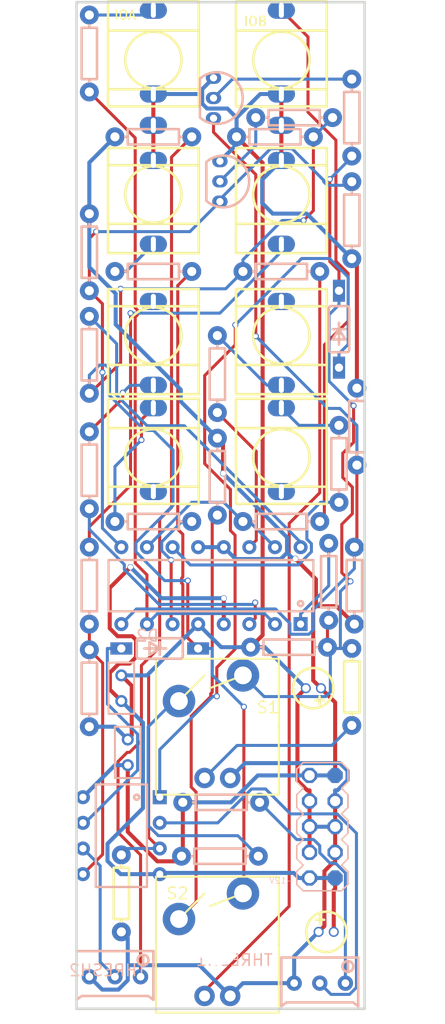
<source format=kicad_pcb>
(kicad_pcb (version 20171130) (host pcbnew "(5.1.5)-3") (page "A4") (layers (0 "F.Cu" signal) (31 "B.Cu" signal) (32 "B.Adhes" user) (33 "F.Adhes" user) (34 "B.Paste" user) (35 "F.Paste" user) (36 "B.SilkS" user) (37 "F.SilkS" user) (38 "B.Mask" user) (39 "F.Mask" user) (40 "Dwgs.User" user) (41 "Cmts.User" user) (42 "Eco1.User" user) (43 "Eco2.User" user) (44 "Edge.Cuts" user) (45 "Margin" user) (46 "B.CrtYd" user) (47 "F.CrtYd" user) (48 "B.Fab" user hide) (49 "F.Fab" user hide)) (net 0 "") (net 1 "-12V") (net 2 "12V") (net 3 "GND") (net 4 "IC_1") (net 5 "IC_11") (net 6 "IC_14") (net 7 "IC_16") (net 8 "IC_3") (net 9 "IC_6") (net 10 "IC_8") (net 11 "IC_9") (net 12 "IOA") (net 13 "IOB") (net 14 "J1_3") (net 15 "J3_3") (net 16 "J5_3") (net 17 "J8_3") (net 18 "LED1") (net 19 "LED2") (net 20 "R12_2") (net 21 "R14_1") (net 22 "R15_2") (net 23 "R23_2") (net 24 "R25_2") (net 25 "R5_2") (net 26 "R7_1") (net 27 "R8_1") (net 28 "S2_S1") (net 29 "SW1") (net 30 "SW2") (net 31 "THRESH1_1") (net 32 "U2_1") (net 33 "U2_2") (net 34 "U2_5") (net 35 "U2_6") (net 36 "U2_7") (net 37 "U4_2") (segment (start 6.985 83.312) (end 12.86 83.312) (width 0.3) (layer "B.Cu") (net 15)) (segment (start 12.86 83.312) (end 13.335 82.837) (width 0.3) (layer "B.Cu") (net 15)) (segment (start 22.987 145.923) (end 20.066 145.923) (width 0.4) (layer "B.Cu") (net 3)) (segment (start 20.066 145.923) (end 17.78 143.637) (width 0.4) (layer "B.Cu") (net 3)) (segment (start 21.59 93.487) (end 23.94 91.137) (width 0.4) (layer "B.Cu") (net 3)) (segment (start 23.94 91.137) (end 26.035 91.137) (width 0.4) (layer "B.Cu") (net 3)) (segment (start 21.59 95.377) (end 21.59 93.487) (width 0.4) (layer "B.Cu") (net 3)) (segment (start 21.59 93.487) (end 20.677 92.575) (width 0.4) (layer "B.Cu") (net 3)) (segment (start 20.677 92.575) (end 18.666 92.575) (width 0.4) (layer "B.Cu") (net 3)) (segment (start 18.666 92.575) (end 18.182 92.09) (width 0.4) (layer "B.Cu") (net 3)) (segment (start 18.182 92.09) (end 18.182 91.137) (width 0.4) (layer "B.Cu") (net 3)) (segment (start 18.182 91.137) (end 18.182 90.657) (width 0.4) (layer "B.Cu") (net 3)) (segment (start 18.182 90.657) (end 19.304 89.535) (width 0.4) (layer "B.Cu") (net 3)) (segment (start 18.182 91.137) (end 13.335 91.137) (width 0.4) (layer "B.Cu") (net 3)) (segment (start 10.795 177.421) (end 10.795 174.752) (width 0.4) (layer "B.Cu") (net 3)) (segment (start 10.795 174.752) (end 10.16 174.117) (width 0.4) (layer "B.Cu") (net 3)) (segment (start 6.985 178.562) (end 8.258 179.835) (width 0.4) (layer "B.Cu") (net 3)) (segment (start 8.258 179.835) (end 9.867 179.835) (width 0.4) (layer "B.Cu") (net 3)) (segment (start 9.867 179.835) (end 10.795 178.907) (width 0.4) (layer "B.Cu") (net 3)) (segment (start 10.795 178.907) (end 10.795 177.421) (width 0.4) (layer "B.Cu") (net 3)) (segment (start 10.795 177.421) (end 17.909 177.421) (width 0.4) (layer "B.Cu") (net 3)) (segment (start 17.909 177.421) (end 20.955 180.467) (width 0.4) (layer "B.Cu") (net 3)) (segment (start 31.369 161.163) (end 31.369 160.099) (width 0.4) (layer "B.Cu") (net 3)) (segment (start 20.955 158.877) (end 22.425 157.407) (width 0.4) (layer "B.Cu") (net 3)) (segment (start 22.425 157.407) (end 31.848 157.407) (width 0.4) (layer "B.Cu") (net 3)) (segment (start 31.848 157.407) (end 32.595 158.155) (width 0.4) (layer "B.Cu") (net 3)) (segment (start 32.595 158.155) (end 32.595 159.093) (width 0.4) (layer "B.Cu") (net 3)) (segment (start 32.595 159.093) (end 31.589 160.099) (width 0.4) (layer "B.Cu") (net 3)) (segment (start 31.589 160.099) (end 31.369 160.099) (width 0.4) (layer "B.Cu") (net 3)) (segment (start 27.305 179.197) (end 27.305 176.541) (width 0.4) (layer "B.Cu") (net 3)) (segment (start 27.305 176.541) (end 29.729 174.117) (width 0.4) (layer "B.Cu") (net 3)) (segment (start 20.955 180.467) (end 22.225 179.197) (width 0.4) (layer "B.Cu") (net 3)) (segment (start 22.225 179.197) (end 27.305 179.197) (width 0.4) (layer "B.Cu") (net 3)) (segment (start 10.16 148.717) (end 12.7 148.717) (width 0.4) (layer "B.Cu") (net 3)) (segment (start 12.7 148.717) (end 17.78 143.637) (width 0.4) (layer "B.Cu") (net 3)) (segment (start 31.369 163.703) (end 28.829 163.703) (width 0.4) (layer "B.Cu") (net 3)) (segment (start 22.987 145.923) (end 24.395 145.923) (width 0.4) (layer "B.Cu") (net 3)) (segment (start 24.395 145.923) (end 28.459 149.987) (width 0.4) (layer "B.Cu") (net 3)) (segment (start 33.02 107.442) (end 28.559 102.981) (width 0.4) (layer "B.Cu") (net 3)) (segment (start 28.559 102.981) (end 25.175 102.981) (width 0.4) (layer "B.Cu") (net 3)) (segment (start 25.175 102.981) (end 24.133 101.939) (width 0.4) (layer "B.Cu") (net 3)) (segment (start 24.133 101.939) (end 24.133 99.614) (width 0.4) (layer "B.Cu") (net 3)) (segment (start 24.133 99.614) (end 26.035 97.712) (width 0.4) (layer "B.Cu") (net 3)) (segment (start 19.939 97.79) (end 21.59 96.139) (width 0.4) (layer "B.Cu") (net 3)) (segment (start 21.59 96.139) (end 21.59 95.377) (width 0.4) (layer "B.Cu") (net 3)) (segment (start 6.985 153.797) (end 9.525 153.797) (width 0.4) (layer "B.Cu") (net 3)) (segment (start 9.525 153.797) (end 10.795 155.067) (width 0.4) (layer "B.Cu") (net 3)) (segment (start 9.525 108.712) (end 10.635 108.712) (width 0.3) (layer "B.Cu") (net 14)) (segment (start 10.635 108.712) (end 13.335 106.012) (width 0.3) (layer "B.Cu") (net 14)) (segment (start 26.035 106.012) (end 26.035 106.743) (width 0.3) (layer "B.Cu") (net 24)) (segment (start 26.035 106.743) (end 19.94 112.838) (width 0.3) (layer "B.Cu") (net 24)) (segment (start 19.94 112.838) (end 11.073 112.838) (width 0.3) (layer "B.Cu") (net 24)) (segment (start 19.685 115.062) (end 24.605 119.982) (width 0.3) (layer "B.Cu") (net 17)) (segment (start 24.605 119.982) (end 26.035 119.982) (width 0.3) (layer "B.Cu") (net 17)) (segment (start 9.525 133.477) (end 9.525 128.028) (width 0.3) (layer "B.Cu") (net 16)) (segment (start 9.525 128.028) (end 12.152 125.4) (width 0.3) (layer "B.Cu") (net 16)) (segment (start 31.75 123.952) (end 27.78 123.952) (width 0.3) (layer "B.Cu") (net 22)) (segment (start 27.78 123.952) (end 26.035 122.207) (width 0.3) (layer "B.Cu") (net 22)) (segment (start 10.3 120.723) (end 11.041 119.982) (width 0.3) (layer "B.Cu") (net 20)) (segment (start 11.041 119.982) (end 13.335 119.982) (width 0.3) (layer "B.Cu") (net 20)) (segment (start 11.069 137.993) (end 14.151 141.075) (width 0.4) (layer "B.Cu") (net 1)) (segment (start 14.151 141.075) (end 20.32 141.075) (width 0.4) (layer "B.Cu") (net 1)) (segment (start 10.16 151.257) (end 12.303 153.4) (width 0.4) (layer "B.Cu") (net 1)) (segment (start 12.303 153.4) (end 12.303 161.87) (width 0.4) (layer "B.Cu") (net 1)) (segment (start 12.303 161.87) (end 8.785 165.389) (width 0.4) (layer "B.Cu") (net 1)) (segment (start 8.785 165.389) (end 8.785 167.1) (width 0.4) (layer "B.Cu") (net 1)) (segment (start 8.785 167.1) (end 10.087 168.402) (width 0.4) (layer "B.Cu") (net 1)) (segment (start 10.087 168.402) (end 13.97 168.402) (width 0.4) (layer "B.Cu") (net 1)) (segment (start 28.829 168.783) (end 31.369 168.783) (width 0.4) (layer "B.Cu") (net 1)) (segment (start 28.297 168.783) (end 28.829 168.783) (width 0.4) (layer "B.Cu") (net 1)) (segment (start 28.297 168.783) (end 27.765 168.783) (width 0.4) (layer "B.Cu") (net 1)) (segment (start 13.97 168.402) (end 14.092 168.28) (width 0.4) (layer "B.Cu") (net 1)) (segment (start 14.092 168.28) (end 27.262 168.28) (width 0.4) (layer "B.Cu") (net 1)) (segment (start 27.262 168.28) (end 27.765 168.783) (width 0.4) (layer "B.Cu") (net 1)) (segment (start 26.597 136.568) (end 26.597 135.049) (width 0.4) (layer "B.Cu") (net 2)) (segment (start 26.597 135.049) (end 20.246 128.698) (width 0.4) (layer "B.Cu") (net 2)) (segment (start 20.32 136.017) (end 21.497 137.194) (width 0.4) (layer "B.Cu") (net 2)) (segment (start 21.497 137.194) (end 25.972 137.194) (width 0.4) (layer "B.Cu") (net 2)) (segment (start 25.972 137.194) (end 26.597 136.568) (width 0.4) (layer "B.Cu") (net 2)) (segment (start 27.419 137.154) (end 27.184 137.154) (width 0.4) (layer "B.Cu") (net 2)) (segment (start 27.184 137.154) (end 26.597 136.568) (width 0.4) (layer "B.Cu") (net 2)) (segment (start 31.369 158.623) (end 28.829 158.623) (width 0.4) (layer "B.Cu") (net 2)) (segment (start 16.256 161.29) (end 21.031 161.29) (width 0.4) (layer "B.Cu") (net 2)) (segment (start 21.031 161.29) (end 23.698 158.623) (width 0.4) (layer "B.Cu") (net 2)) (segment (start 23.698 158.623) (end 28.829 158.623) (width 0.4) (layer "B.Cu") (net 2)) (segment (start 9.525 95.377) (end 6.985 97.917) (width 0.4) (layer "B.Cu") (net 2)) (segment (start 6.985 97.917) (end 6.985 102.997) (width 0.4) (layer "B.Cu") (net 2)) (segment (start 19.685 125.222) (end 16.053 121.59) (width 0.4) (layer "B.Cu") (net 2)) (segment (start 16.053 121.59) (end 16.053 120.411) (width 0.4) (layer "B.Cu") (net 2)) (segment (start 16.053 120.411) (end 9.597 113.955) (width 0.4) (layer "B.Cu") (net 2)) (segment (start 9.597 113.955) (end 9.597 110.899) (width 0.4) (layer "B.Cu") (net 2)) (segment (start 9.597 110.899) (end 6.985 108.287) (width 0.4) (layer "B.Cu") (net 2)) (segment (start 6.985 108.287) (end 6.985 102.997) (width 0.4) (layer "B.Cu") (net 2)) (segment (start 17.78 136.017) (end 20.32 136.017) (width 0.4) (layer "B.Cu") (net 2)) (segment (start 6.35 160.782) (end 9.525 157.607) (width 0.4) (layer "B.Cu") (net 2)) (segment (start 9.525 157.607) (end 10.795 157.607) (width 0.4) (layer "B.Cu") (net 2)) (segment (start 13.97 165.862) (end 10.795 165.862) (width 0.3) (layer "B.Cu") (net 27)) (segment (start 10.795 165.862) (end 10.16 166.497) (width 0.3) (layer "B.Cu") (net 27)) (segment (start 31.75 110.617) (end 31.75 112.009) (width 0.3) (layer "B.Cu") (net 29)) (segment (start 31.888 146.05) (end 33.02 146.05) (width 0.3) (layer "B.Cu") (net 29)) (segment (start 30.893 146.05) (end 31.888 146.05) (width 0.3) (layer "B.Cu") (net 29)) (segment (start 31.888 146.05) (end 31.888 140.4) (width 0.3) (layer "B.Cu") (net 29)) (segment (start 31.888 140.4) (end 32.884 139.404) (width 0.3) (layer "B.Cu") (net 29)) (segment (start 31.75 112.009) (end 30.766 112.992) (width 0.3) (layer "B.Cu") (net 29)) (segment (start 30.766 112.992) (end 30.766 119.581) (width 0.3) (layer "B.Cu") (net 29)) (segment (start 30.766 119.581) (end 33.198 122.013) (width 0.3) (layer "B.Cu") (net 29)) (segment (start 33.02 97.282) (end 33.02 97.391) (width 0.3) (layer "B.Cu") (net 29)) (segment (start 33.02 97.391) (end 30.84 99.571) (width 0.3) (layer "B.Cu") (net 29)) (segment (start 30.893 146.05) (end 30.893 150.352) (width 0.3) (layer "B.Cu") (net 29)) (segment (start 30.893 150.352) (end 30.431 150.814) (width 0.3) (layer "B.Cu") (net 29)) (segment (start 30.431 150.814) (end 24.322 150.814) (width 0.3) (layer "B.Cu") (net 29)) (segment (start 24.322 150.814) (end 22.225 148.717) (width 0.3) (layer "B.Cu") (net 29)) (segment (start 30.607 145.923) (end 30.766 145.923) (width 0.3) (layer "B.Cu") (net 29)) (segment (start 30.766 145.923) (end 30.893 146.05) (width 0.3) (layer "B.Cu") (net 29)) (segment (start 18.415 158.877) (end 21.64 155.652) (width 0.3) (layer "B.Cu") (net 18)) (segment (start 21.64 155.652) (end 31.038 155.652) (width 0.3) (layer "B.Cu") (net 18)) (segment (start 31.038 155.652) (end 33.02 153.67) (width 0.3) (layer "B.Cu") (net 18)) (segment (start 23.749 166.624) (end 21.717 164.592) (width 0.3) (layer "B.Cu") (net 25)) (segment (start 21.717 164.592) (end 13.825 164.592) (width 0.3) (layer "B.Cu") (net 25)) (segment (start 13.825 164.592) (end 12.814 163.58) (width 0.3) (layer "B.Cu") (net 25)) (segment (start 12.814 163.58) (end 12.814 153.815) (width 0.3) (layer "B.Cu") (net 25)) (segment (start 12.814 153.815) (end 15.371 151.257) (width 0.3) (layer "B.Cu") (net 25)) (segment (start 15.371 151.257) (end 15.875 151.257) (width 0.3) (layer "B.Cu") (net 25)) (segment (start 6.985 120.777) (end 6.985 118.99) (width 0.3) (layer "B.Cu") (net 30)) (segment (start 6.985 118.99) (end 7.989 117.986) (width 0.3) (layer "B.Cu") (net 30)) (segment (start 7.989 117.986) (end 8.596 117.986) (width 0.3) (layer "B.Cu") (net 30)) (segment (start 8.596 117.986) (end 8.988 118.378) (width 0.3) (layer "B.Cu") (net 30)) (segment (start 8.988 118.378) (end 8.988 120.99) (width 0.3) (layer "B.Cu") (net 30)) (segment (start 8.988 120.99) (end 12.454 124.456) (width 0.3) (layer "B.Cu") (net 30)) (segment (start 12.454 124.456) (end 13.352 124.456) (width 0.3) (layer "B.Cu") (net 30)) (segment (start 13.352 124.456) (end 15.285 126.389) (width 0.3) (layer "B.Cu") (net 30)) (segment (start 15.285 126.389) (end 15.285 131.883) (width 0.3) (layer "B.Cu") (net 30)) (segment (start 15.285 131.883) (end 11.604 135.563) (width 0.3) (layer "B.Cu") (net 30)) (segment (start 11.604 135.563) (end 11.604 136.479) (width 0.3) (layer "B.Cu") (net 30)) (segment (start 11.604 136.479) (end 14.456 139.33) (width 0.3) (layer "B.Cu") (net 30)) (segment (start 14.456 139.33) (end 16.752 139.33) (width 0.3) (layer "B.Cu") (net 30)) (segment (start 17.78 146.05) (end 19.172 146.05) (width 0.3) (layer "B.Cu") (net 30)) (segment (start 19.172 146.05) (end 19.172 148.683) (width 0.3) (layer "B.Cu") (net 30)) (segment (start 19.172 148.683) (end 22.314 151.825) (width 0.3) (layer "B.Cu") (net 30)) (segment (start 22.225 108.712) (end 20.507 110.43) (width 0.3) (layer "B.Cu") (net 30)) (segment (start 20.507 110.43) (end 10.089 110.43) (width 0.3) (layer "B.Cu") (net 30)) (segment (start 22.225 108.712) (end 22.225 107.547) (width 0.3) (layer "B.Cu") (net 30)) (segment (start 22.225 107.547) (end 26.113 103.659) (width 0.3) (layer "B.Cu") (net 30)) (segment (start 26.113 103.659) (end 28.237 103.659) (width 0.3) (layer "B.Cu") (net 30)) (segment (start 29.21 95.377) (end 31.115 93.472) (width 0.3) (layer "B.Cu") (net 30)) (segment (start 31.75 118.237) (end 31.75 116.845) (width 0.3) (layer "B.Cu") (net 32)) (segment (start 31.75 116.845) (end 32.658 115.938) (width 0.3) (layer "B.Cu") (net 32)) (segment (start 32.658 115.938) (end 32.658 109.267) (width 0.3) (layer "B.Cu") (net 32)) (segment (start 32.658 109.267) (end 30.818 107.427) (width 0.3) (layer "B.Cu") (net 32)) (segment (start 30.818 107.427) (end 28.044 107.427) (width 0.3) (layer "B.Cu") (net 32)) (segment (start 28.044 107.427) (end 21.464 114.007) (width 0.3) (layer "B.Cu") (net 32)) (segment (start 19.63 150.787) (end 19.249 150.787) (width 0.3) (layer "B.Cu") (net 32)) (segment (start 19.249 150.787) (end 13.97 156.066) (width 0.3) (layer "B.Cu") (net 32)) (segment (start 13.97 156.066) (end 13.97 160.782) (width 0.3) (layer "B.Cu") (net 32)) (segment (start 10.16 146.05) (end 8.768 146.05) (width 0.3) (layer "B.Cu") (net 36)) (segment (start 8.768 146.05) (end 8.768 151.531) (width 0.3) (layer "B.Cu") (net 36)) (segment (start 8.768 151.531) (end 11.772 154.534) (width 0.3) (layer "B.Cu") (net 36)) (segment (start 11.772 154.534) (end 11.772 158.11) (width 0.3) (layer "B.Cu") (net 36)) (segment (start 11.772 158.11) (end 6.56 163.322) (width 0.3) (layer "B.Cu") (net 36)) (segment (start 6.56 163.322) (end 6.35 163.322) (width 0.3) (layer "B.Cu") (net 36)) (segment (start 32.385 179.197) (end 32.385 168.285) (width 0.3) (layer "B.Cu") (net 31)) (segment (start 32.385 168.285) (end 31.416 167.316) (width 0.3) (layer "B.Cu") (net 31)) (segment (start 31.416 167.316) (end 30.864 167.316) (width 0.3) (layer "B.Cu") (net 31)) (segment (start 30.864 167.316) (end 29.844 166.296) (width 0.3) (layer "B.Cu") (net 31)) (segment (start 29.844 166.296) (end 29.844 165.583) (width 0.3) (layer "B.Cu") (net 31)) (segment (start 29.844 165.583) (end 29.233 164.973) (width 0.3) (layer "B.Cu") (net 31)) (segment (start 29.233 164.973) (end 27.559 164.973) (width 0.3) (layer "B.Cu") (net 31)) (segment (start 27.559 164.973) (end 23.876 161.29) (width 0.3) (layer "B.Cu") (net 31)) (segment (start 19.304 91.535) (end 21.177 89.662) (width 0.3) (layer "B.Cu") (net 26)) (segment (start 21.177 89.662) (end 33.02 89.662) (width 0.3) (layer "B.Cu") (net 26)) (segment (start 10.16 143.637) (end 11.659 142.138) (width 0.3) (layer "B.Cu") (net 10)) (segment (start 11.659 142.138) (end 25.45 142.138) (width 0.3) (layer "B.Cu") (net 10)) (segment (start 25.45 142.138) (end 26.882 143.57) (width 0.3) (layer "B.Cu") (net 10)) (segment (start 26.882 143.57) (end 26.882 144.55) (width 0.3) (layer "B.Cu") (net 10)) (segment (start 26.882 144.55) (end 26.97 144.638) (width 0.3) (layer "B.Cu") (net 10)) (segment (start 26.97 144.638) (end 28.771 144.638) (width 0.3) (layer "B.Cu") (net 10)) (segment (start 28.771 144.638) (end 29.216 144.192) (width 0.3) (layer "B.Cu") (net 10)) (segment (start 29.216 144.192) (end 29.216 142.205) (width 0.3) (layer "B.Cu") (net 10)) (segment (start 29.216 142.205) (end 33.274 138.148) (width 0.3) (layer "B.Cu") (net 10)) (segment (start 33.274 138.148) (end 33.274 136.017) (width 0.3) (layer "B.Cu") (net 10)) (segment (start 33.528 127.889) (end 33.528 123.965) (width 0.3) (layer "B.Cu") (net 10)) (segment (start 33.528 123.965) (end 31.838 122.275) (width 0.3) (layer "B.Cu") (net 10)) (segment (start 31.838 122.275) (end 30.655 122.275) (width 0.3) (layer "B.Cu") (net 10)) (segment (start 30.655 122.275) (end 23.498 115.118) (width 0.3) (layer "B.Cu") (net 10)) (segment (start 12.7 143.637) (end 13.743 142.594) (width 0.3) (layer "B.Cu") (net 12)) (segment (start 13.743 142.594) (end 24.357 142.594) (width 0.3) (layer "B.Cu") (net 12)) (segment (start 24.357 142.594) (end 25.4 143.637) (width 0.3) (layer "B.Cu") (net 12)) (segment (start 6.985 132.207) (end 6.985 134.261) (width 0.3) (layer "B.Cu") (net 8)) (segment (start 6.985 134.261) (end 10.458 137.734) (width 0.3) (layer "B.Cu") (net 8)) (segment (start 10.458 137.734) (end 10.458 138.245) (width 0.3) (layer "B.Cu") (net 8)) (segment (start 10.458 138.245) (end 13.899 141.686) (width 0.3) (layer "B.Cu") (net 8)) (segment (start 13.899 141.686) (end 23.26 141.686) (width 0.3) (layer "B.Cu") (net 8)) (segment (start 23.26 141.686) (end 23.443 141.503) (width 0.3) (layer "B.Cu") (net 8)) (segment (start 15.1 137.297) (end 14.164 136.361) (width 0.3) (layer "B.Cu") (net 9)) (segment (start 14.164 136.361) (end 14.164 135.491) (width 0.3) (layer "B.Cu") (net 9)) (segment (start 14.164 135.491) (end 16.178 133.477) (width 0.3) (layer "B.Cu") (net 9)) (segment (start 16.178 133.477) (end 17.145 133.477) (width 0.3) (layer "B.Cu") (net 9)) (segment (start 12.7 136.017) (end 17.146 131.571) (width 0.3) (layer "B.Cu") (net 13)) (segment (start 17.146 131.571) (end 20.319 131.571) (width 0.3) (layer "B.Cu") (net 13)) (segment (start 20.319 131.571) (end 22.225 133.477) (width 0.3) (layer "B.Cu") (net 13)) (segment (start 25.4 136.017) (end 22.86 133.477) (width 0.3) (layer "B.Cu") (net 13)) (segment (start 22.86 133.477) (end 22.225 133.477) (width 0.3) (layer "B.Cu") (net 13)) (segment (start 31.75 131.572) (end 29.926 131.572) (width 0.3) (layer "B.Cu") (net 5)) (segment (start 29.926 131.572) (end 28.564 132.933) (width 0.3) (layer "B.Cu") (net 5)) (segment (start 28.564 132.933) (end 28.564 135.222) (width 0.3) (layer "B.Cu") (net 5)) (segment (start 28.564 135.222) (end 29.014 135.672) (width 0.3) (layer "B.Cu") (net 5)) (segment (start 29.014 135.672) (end 29.014 136.474) (width 0.3) (layer "B.Cu") (net 5)) (segment (start 29.014 136.474) (end 27.708 137.78) (width 0.3) (layer "B.Cu") (net 5)) (segment (start 27.708 137.78) (end 17.003 137.78) (width 0.3) (layer "B.Cu") (net 5)) (segment (start 17.003 137.78) (end 15.24 136.017) (width 0.3) (layer "B.Cu") (net 5)) (segment (start 10.16 136.017) (end 8.283 134.14) (width 0.3) (layer "B.Cu") (net 11)) (segment (start 8.283 134.14) (end 8.283 118.699) (width 0.3) (layer "B.Cu") (net 11)) (segment (start 19.939 101.79) (end 16.963 104.766) (width 0.3) (layer "B.Cu") (net 11)) (segment (start 16.963 104.766) (end 7.662 104.766) (width 0.3) (layer "B.Cu") (net 11)) (segment (start 19.939 101.79) (end 19.939 101.575) (width 0.3) (layer "B.Cu") (net 11)) (segment (start 19.939 101.575) (end 24.967 96.548) (width 0.3) (layer "B.Cu") (net 11)) (segment (start 24.967 96.548) (end 27.1 96.548) (width 0.3) (layer "B.Cu") (net 11)) (segment (start 27.1 96.548) (end 30.234 99.682) (width 0.3) (layer "B.Cu") (net 11)) (segment (start 30.234 99.682) (end 30.234 99.822) (width 0.3) (layer "B.Cu") (net 11)) (segment (start 30.234 99.822) (end 30.589 100.178) (width 0.3) (layer "B.Cu") (net 11)) (segment (start 30.589 100.178) (end 32.664 100.178) (width 0.3) (layer "B.Cu") (net 11)) (segment (start 32.664 100.178) (end 33.02 99.822) (width 0.3) (layer "B.Cu") (net 11)) (segment (start 19.939 99.79) (end 23.495 96.234) (width 0.3) (layer "B.Cu") (net 37)) (segment (start 23.495 96.234) (end 23.495 93.472) (width 0.3) (layer "B.Cu") (net 37)) (segment (start 6.985 113.157) (end 9.693 115.865) (width 0.3) (layer "B.Cu") (net 7)) (segment (start 9.693 115.865) (end 9.693 120.975) (width 0.3) (layer "B.Cu") (net 7)) (segment (start 9.693 120.975) (end 12.705 123.987) (width 0.3) (layer "B.Cu") (net 7)) (segment (start 12.705 123.987) (end 16.398 123.987) (width 0.3) (layer "B.Cu") (net 7)) (segment (start 16.398 123.987) (end 27.94 135.529) (width 0.3) (layer "B.Cu") (net 7)) (segment (start 27.94 135.529) (end 27.94 136.017) (width 0.3) (layer "B.Cu") (net 7)) (segment (start 13.97 163.322) (end 19.721 163.322) (width 0.3) (layer "B.Cu") (net 33)) (segment (start 19.721 163.322) (end 23.079 159.964) (width 0.3) (layer "B.Cu") (net 33)) (segment (start 23.079 159.964) (end 24.466 159.964) (width 0.3) (layer "B.Cu") (net 33)) (segment (start 24.466 159.964) (end 26.935 162.433) (width 0.3) (layer "B.Cu") (net 33)) (segment (start 26.935 162.433) (end 31.569 162.433) (width 0.3) (layer "B.Cu") (net 33)) (segment (start 31.569 162.433) (end 33.483 164.347) (width 0.3) (layer "B.Cu") (net 33)) (segment (start 33.483 164.347) (end 33.483 179.624) (width 0.3) (layer "B.Cu") (net 33)) (segment (start 33.483 179.624) (end 32.798 180.31) (width 0.3) (layer "B.Cu") (net 33)) (segment (start 32.798 180.31) (end 30.958 180.31) (width 0.3) (layer "B.Cu") (net 33)) (segment (start 30.958 180.31) (end 29.845 179.197) (width 0.3) (layer "B.Cu") (net 33)) (segment (start 6.35 165.862) (end 8.058 167.57) (width 0.3) (layer "B.Cu") (net 35)) (segment (start 8.058 167.57) (end 8.058 177.095) (width 0.3) (layer "B.Cu") (net 35)) (segment (start 8.058 177.095) (end 9.525 178.562) (width 0.3) (layer "B.Cu") (net 35)) (segment (start 27.94 143.637) (end 27.94 142.638) (width 0.3) (layer "B.Cu") (net 4)) (segment (start 30.734 135.636) (end 30.734 139.844) (width 0.3) (layer "B.Cu") (net 4)) (segment (start 30.734 139.844) (end 27.94 142.638) (width 0.3) (layer "B.Cu") (net 4)) (gr_line (start 5.715 82.042) (end 34.29 82.042) (width 0.254) (layer "Edge.Cuts")) (gr_line (start 34.29 82.042) (end 34.29 181.737) (width 0.254) (layer "Edge.Cuts")) (gr_line (start 34.29 181.737) (end 5.715 181.737) (width 0.254) (layer "Edge.Cuts")) (gr_line (start 5.715 181.737) (end 5.715 82.042) (width 0.254) (layer "Edge.Cuts")) (segment (start 28.829 163.703) (end 28.829 161.163) (width 0.4) (layer "F.Cu") (net 3)) (segment (start 13.335 94.237) (end 13.335 91.137) (width 0.4) (layer "F.Cu") (net 3)) (segment (start 13.335 97.712) (end 13.335 94.237) (width 0.4) (layer "F.Cu") (net 3)) (segment (start 26.035 94.237) (end 26.035 91.137) (width 0.4) (layer "F.Cu") (net 3)) (segment (start 26.035 97.712) (end 26.035 94.237) (width 0.4) (layer "F.Cu") (net 3)) (segment (start 28.829 161.163) (end 28.829 160.099) (width 0.4) (layer "F.Cu") (net 3)) (segment (start 28.459 149.987) (end 27.63 150.817) (width 0.4) (layer "F.Cu") (net 3)) (segment (start 27.63 150.817) (end 27.63 159.12) (width 0.4) (layer "F.Cu") (net 3)) (segment (start 27.63 159.12) (end 28.609 160.099) (width 0.4) (layer "F.Cu") (net 3)) (segment (start 28.609 160.099) (end 28.829 160.099) (width 0.4) (layer "F.Cu") (net 3)) (segment (start 10.16 148.717) (end 11.188 149.745) (width 0.4) (layer "F.Cu") (net 3)) (segment (start 11.188 149.745) (end 11.188 154.674) (width 0.4) (layer "F.Cu") (net 3)) (segment (start 11.188 154.674) (end 10.795 155.067) (width 0.4) (layer "F.Cu") (net 3)) (segment (start 31.369 166.243) (end 31.369 167.307) (width 0.4) (layer "F.Cu") (net 3)) (segment (start 31.369 167.307) (end 31.103 167.307) (width 0.4) (layer "F.Cu") (net 3)) (segment (start 31.103 167.307) (end 30.305 168.105) (width 0.4) (layer "F.Cu") (net 3)) (segment (start 30.305 168.105) (end 30.305 173.542) (width 0.4) (layer "F.Cu") (net 3)) (segment (start 30.305 173.542) (end 29.729 174.117) (width 0.4) (layer "F.Cu") (net 3)) (segment (start 31.369 163.703) (end 31.369 166.243) (width 0.4) (layer "F.Cu") (net 3)) (segment (start 28.829 166.243) (end 28.829 163.703) (width 0.4) (layer "F.Cu") (net 3)) (segment (start 31.369 163.703) (end 31.369 161.163) (width 0.4) (layer "F.Cu") (net 3)) (segment (start 33.02 107.442) (end 33.528 107.95) (width 0.4) (layer "F.Cu") (net 3)) (segment (start 33.528 107.95) (end 33.528 120.269) (width 0.4) (layer "F.Cu") (net 3)) (segment (start 29.845 133.477) (end 30.297 133.025) (width 0.3) (layer "F.Cu") (net 21)) (segment (start 30.297 133.025) (end 30.297 115.982) (width 0.3) (layer "F.Cu") (net 21)) (segment (start 30.297 115.982) (end 32.658 113.621) (width 0.3) (layer "F.Cu") (net 21)) (segment (start 32.658 113.621) (end 32.658 108.904) (width 0.3) (layer "F.Cu") (net 21)) (segment (start 32.658 108.904) (end 31.447 107.694) (width 0.3) (layer "F.Cu") (net 21)) (segment (start 31.447 107.694) (end 31.447 95.709) (width 0.3) (layer "F.Cu") (net 21)) (segment (start 31.447 95.709) (end 28.676 92.938) (width 0.3) (layer "F.Cu") (net 21)) (segment (start 28.676 92.938) (end 28.676 85.478) (width 0.3) (layer "F.Cu") (net 21)) (segment (start 28.676 85.478) (end 26.035 82.837) (width 0.3) (layer "F.Cu") (net 21)) (segment (start 6.985 136.017) (end 6.985 133.991) (width 0.3) (layer "F.Cu") (net 24)) (segment (start 6.985 133.991) (end 11.073 129.903) (width 0.3) (layer "F.Cu") (net 24)) (segment (start 11.073 129.903) (end 11.073 112.838) (width 0.3) (layer "F.Cu") (net 24)) (segment (start 12.152 125.4) (end 12.152 123.39) (width 0.3) (layer "F.Cu") (net 16)) (segment (start 12.152 123.39) (end 13.335 122.207) (width 0.3) (layer "F.Cu") (net 16)) (segment (start 6.985 124.587) (end 10.3 121.272) (width 0.3) (layer "F.Cu") (net 20)) (segment (start 10.3 121.272) (end 10.3 120.723) (width 0.3) (layer "F.Cu") (net 20)) (segment (start 20.32 143.637) (end 20.32 141.075) (width 0.4) (layer "F.Cu") (net 1)) (segment (start 10.16 151.257) (end 9.024 150.121) (width 0.4) (layer "F.Cu") (net 1)) (segment (start 9.024 150.121) (end 9.024 148.444) (width 0.4) (layer "F.Cu") (net 1)) (segment (start 9.024 148.444) (end 9.921 147.547) (width 0.4) (layer "F.Cu") (net 1)) (segment (start 9.921 147.547) (end 10.978 147.547) (width 0.4) (layer "F.Cu") (net 1)) (segment (start 10.978 147.547) (end 11.611 146.914) (width 0.4) (layer "F.Cu") (net 1)) (segment (start 11.611 146.914) (end 11.611 145.201) (width 0.4) (layer "F.Cu") (net 1)) (segment (start 11.611 145.201) (end 11.25 144.84) (width 0.4) (layer "F.Cu") (net 1)) (segment (start 11.25 144.84) (end 9.795 144.84) (width 0.4) (layer "F.Cu") (net 1)) (segment (start 9.795 144.84) (end 9.006 144.051) (width 0.4) (layer "F.Cu") (net 1)) (segment (start 9.006 144.051) (end 9.006 140.055) (width 0.4) (layer "F.Cu") (net 1)) (segment (start 9.006 140.055) (end 11.069 137.993) (width 0.4) (layer "F.Cu") (net 1)) (segment (start 31.369 168.783) (end 31.369 169.847) (width 0.4) (layer "F.Cu") (net 1)) (segment (start 31.369 169.847) (end 31.231 169.986) (width 0.4) (layer "F.Cu") (net 1)) (segment (start 31.231 169.986) (end 31.231 174.117) (width 0.4) (layer "F.Cu") (net 1)) (segment (start 20.246 128.698) (end 20.246 125.783) (width 0.4) (layer "F.Cu") (net 2)) (segment (start 20.246 125.783) (end 19.685 125.222) (width 0.4) (layer "F.Cu") (net 2)) (segment (start 29.464 141.862) (end 29.464 139.199) (width 0.4) (layer "F.Cu") (net 2)) (segment (start 29.464 139.199) (end 27.419 137.154) (width 0.4) (layer "F.Cu") (net 2)) (segment (start 29.961 149.987) (end 29.193 149.219) (width 0.4) (layer "F.Cu") (net 2)) (segment (start 29.193 149.219) (end 29.193 142.133) (width 0.4) (layer "F.Cu") (net 2)) (segment (start 29.193 142.133) (end 29.464 141.862) (width 0.4) (layer "F.Cu") (net 2)) (segment (start 33.274 143.637) (end 31.499 141.862) (width 0.4) (layer "F.Cu") (net 2)) (segment (start 31.499 141.862) (end 29.464 141.862) (width 0.4) (layer "F.Cu") (net 2)) (segment (start 10.795 157.607) (end 10.795 164.197) (width 0.4) (layer "F.Cu") (net 2)) (segment (start 10.795 164.197) (end 13.73 167.132) (width 0.4) (layer "F.Cu") (net 2)) (segment (start 13.73 167.132) (end 15.621 167.132) (width 0.4) (layer "F.Cu") (net 2)) (segment (start 15.621 167.132) (end 16.129 166.624) (width 0.4) (layer "F.Cu") (net 2)) (segment (start 31.369 158.623) (end 31.369 151.395) (width 0.4) (layer "F.Cu") (net 2)) (segment (start 31.369 151.395) (end 29.961 149.987) (width 0.4) (layer "F.Cu") (net 2)) (segment (start 16.129 166.624) (end 16.256 166.497) (width 0.4) (layer "F.Cu") (net 2)) (segment (start 16.256 166.497) (end 16.256 161.29) (width 0.4) (layer "F.Cu") (net 2)) (segment (start 17.145 108.712) (end 15.757 110.1) (width 0.3) (layer "F.Cu") (net 27)) (segment (start 15.757 110.1) (end 15.757 134.245) (width 0.3) (layer "F.Cu") (net 27)) (segment (start 15.757 134.245) (end 16.259 134.747) (width 0.3) (layer "F.Cu") (net 27)) (segment (start 16.259 134.747) (end 16.259 138.965) (width 0.3) (layer "F.Cu") (net 27)) (segment (start 16.259 138.965) (end 16.145 139.079) (width 0.3) (layer "F.Cu") (net 27)) (segment (start 16.145 139.079) (end 16.145 139.581) (width 0.3) (layer "F.Cu") (net 27)) (segment (start 16.145 139.581) (end 16.259 139.695) (width 0.3) (layer "F.Cu") (net 27)) (segment (start 16.259 139.695) (end 16.259 145.172) (width 0.3) (layer "F.Cu") (net 27)) (segment (start 16.259 145.172) (end 12.867 148.564) (width 0.3) (layer "F.Cu") (net 27)) (segment (start 12.867 148.564) (end 12.867 164.759) (width 0.3) (layer "F.Cu") (net 27)) (segment (start 12.867 164.759) (end 13.97 165.862) (width 0.3) (layer "F.Cu") (net 27)) (segment (start 33.198 122.013) (end 33.198 125.635) (width 0.3) (layer "F.Cu") (net 29)) (segment (start 33.198 125.635) (end 32.126 126.707) (width 0.3) (layer "F.Cu") (net 29)) (segment (start 32.126 126.707) (end 32.126 129.119) (width 0.3) (layer "F.Cu") (net 29)) (segment (start 32.126 129.119) (end 33.076 130.069) (width 0.3) (layer "F.Cu") (net 29)) (segment (start 33.076 130.069) (end 33.076 132.707) (width 0.3) (layer "F.Cu") (net 29)) (segment (start 33.076 132.707) (end 32.032 133.751) (width 0.3) (layer "F.Cu") (net 29)) (segment (start 32.032 133.751) (end 32.032 138.552) (width 0.3) (layer "F.Cu") (net 29)) (segment (start 32.032 138.552) (end 32.884 139.404) (width 0.3) (layer "F.Cu") (net 29)) (segment (start 30.84 99.571) (end 30.84 107.726) (width 0.3) (layer "F.Cu") (net 29)) (segment (start 30.84 107.726) (end 31.75 108.636) (width 0.3) (layer "F.Cu") (net 29)) (segment (start 31.75 108.636) (end 31.75 110.617) (width 0.3) (layer "F.Cu") (net 29)) (segment (start 30.734 143.256) (end 30.607 143.383) (width 0.3) (layer "F.Cu") (net 29)) (segment (start 30.607 143.383) (end 30.607 145.923) (width 0.3) (layer "F.Cu") (net 29)) (segment (start 29.845 108.712) (end 29.845 130.628) (width 0.3) (layer "F.Cu") (net 19)) (segment (start 29.845 130.628) (end 26.809 133.664) (width 0.3) (layer "F.Cu") (net 19)) (segment (start 26.809 133.664) (end 26.809 171.582) (width 0.3) (layer "F.Cu") (net 19)) (segment (start 26.809 171.582) (end 18.415 179.976) (width 0.3) (layer "F.Cu") (net 19)) (segment (start 18.415 179.976) (end 18.415 180.467) (width 0.3) (layer "F.Cu") (net 19)) (segment (start 19.685 132.842) (end 19.173 133.354) (width 0.3) (layer "F.Cu") (net 28)) (segment (start 19.173 133.354) (end 19.173 150.386) (width 0.3) (layer "F.Cu") (net 28)) (segment (start 19.173 150.386) (end 19.023 150.536) (width 0.3) (layer "F.Cu") (net 28)) (segment (start 19.023 150.536) (end 19.023 150.82) (width 0.3) (layer "F.Cu") (net 28)) (segment (start 19.023 150.82) (end 17.087 152.756) (width 0.3) (layer "F.Cu") (net 28)) (segment (start 17.087 152.756) (end 17.087 159.777) (width 0.3) (layer "F.Cu") (net 28)) (segment (start 17.087 159.777) (end 17.573 160.263) (width 0.3) (layer "F.Cu") (net 28)) (segment (start 17.573 160.263) (end 17.573 171.149) (width 0.3) (layer "F.Cu") (net 28)) (segment (start 17.573 171.149) (end 15.875 172.847) (width 0.3) (layer "F.Cu") (net 28)) (segment (start 16.752 139.33) (end 16.752 145.022) (width 0.3) (layer "F.Cu") (net 30)) (segment (start 16.752 145.022) (end 17.78 146.05) (width 0.3) (layer "F.Cu") (net 30)) (segment (start 6.985 120.777) (end 7.063 120.777) (width 0.3) (layer "F.Cu") (net 30)) (segment (start 7.063 120.777) (end 10.089 117.752) (width 0.3) (layer "F.Cu") (net 30)) (segment (start 10.089 117.752) (end 10.089 110.43) (width 0.3) (layer "F.Cu") (net 30)) (segment (start 22.314 151.825) (end 22.314 170.218) (width 0.3) (layer "F.Cu") (net 30)) (segment (start 22.314 170.218) (end 22.225 170.307) (width 0.3) (layer "F.Cu") (net 30)) (segment (start 29.21 95.377) (end 29.21 102.686) (width 0.3) (layer "F.Cu") (net 30)) (segment (start 29.21 102.686) (end 28.237 103.659) (width 0.3) (layer "F.Cu") (net 30)) (segment (start 21.464 114.007) (end 21.464 115.983) (width 0.3) (layer "F.Cu") (net 32)) (segment (start 21.464 115.983) (end 18.428 119.019) (width 0.3) (layer "F.Cu") (net 32)) (segment (start 18.428 119.019) (end 18.428 127.743) (width 0.3) (layer "F.Cu") (net 32)) (segment (start 18.428 127.743) (end 20.983 130.298) (width 0.3) (layer "F.Cu") (net 32)) (segment (start 20.983 130.298) (end 20.983 134.373) (width 0.3) (layer "F.Cu") (net 32)) (segment (start 20.983 134.373) (end 21.441 134.831) (width 0.3) (layer "F.Cu") (net 32)) (segment (start 21.441 134.831) (end 21.441 146.122) (width 0.3) (layer "F.Cu") (net 32)) (segment (start 21.441 146.122) (end 19.63 147.934) (width 0.3) (layer "F.Cu") (net 32)) (segment (start 19.63 147.934) (end 19.63 150.787) (width 0.3) (layer "F.Cu") (net 32)) (segment (start 19.304 93.535) (end 19.304 94.92) (width 0.3) (layer "F.Cu") (net 10)) (segment (start 19.304 94.92) (end 23.498 99.114) (width 0.3) (layer "F.Cu") (net 10)) (segment (start 23.498 99.114) (end 23.498 115.118) (width 0.3) (layer "F.Cu") (net 10)) (segment (start 33.528 127.889) (end 33.528 135.763) (width 0.3) (layer "F.Cu") (net 10)) (segment (start 33.528 135.763) (end 33.274 136.017) (width 0.3) (layer "F.Cu") (net 10)) (segment (start 12.7 143.637) (end 12.7 138.761) (width 0.3) (layer "F.Cu") (net 12)) (segment (start 12.7 138.761) (end 11.533 137.594) (width 0.3) (layer "F.Cu") (net 12)) (segment (start 11.533 137.594) (end 11.533 113.237) (width 0.3) (layer "F.Cu") (net 12)) (segment (start 11.533 113.237) (end 11.744 113.025) (width 0.3) (layer "F.Cu") (net 12)) (segment (start 11.744 113.025) (end 11.744 112.523) (width 0.3) (layer "F.Cu") (net 12)) (segment (start 11.744 112.523) (end 11.533 112.311) (width 0.3) (layer "F.Cu") (net 12)) (segment (start 11.533 112.311) (end 11.533 95.48) (width 0.3) (layer "F.Cu") (net 12)) (segment (start 11.533 95.48) (end 6.985 90.932) (width 0.3) (layer "F.Cu") (net 12)) (segment (start 22.86 143.637) (end 23.443 143.054) (width 0.3) (layer "F.Cu") (net 8)) (segment (start 23.443 143.054) (end 23.443 141.503) (width 0.3) (layer "F.Cu") (net 8)) (segment (start 15.24 143.637) (end 15.1 143.497) (width 0.3) (layer "F.Cu") (net 9)) (segment (start 15.1 143.497) (end 15.1 137.297) (width 0.3) (layer "F.Cu") (net 9)) (segment (start 22.86 136.017) (end 23.546 135.331) (width 0.3) (layer "F.Cu") (net 6)) (segment (start 23.546 135.331) (end 23.546 126.543) (width 0.3) (layer "F.Cu") (net 6)) (segment (start 23.546 126.543) (end 19.685 122.682) (width 0.3) (layer "F.Cu") (net 6)) (segment (start 8.283 118.699) (end 8.283 111.915) (width 0.3) (layer "F.Cu") (net 11)) (segment (start 8.283 111.915) (end 6.985 110.617) (width 0.3) (layer "F.Cu") (net 11)) (segment (start 7.662 104.766) (end 6.985 105.443) (width 0.3) (layer "F.Cu") (net 11)) (segment (start 6.985 105.443) (end 6.985 110.617) (width 0.3) (layer "F.Cu") (net 11)) (segment (start 12.065 178.562) (end 12.065 166.501) (width 0.3) (layer "F.Cu") (net 23)) (segment (start 12.065 166.501) (end 9.831 164.267) (width 0.3) (layer "F.Cu") (net 23)) (segment (start 9.831 164.267) (end 9.831 157.251) (width 0.3) (layer "F.Cu") (net 23)) (segment (start 9.831 157.251) (end 10.745 156.337) (width 0.3) (layer "F.Cu") (net 23)) (segment (start 10.745 156.337) (end 10.984 156.337) (width 0.3) (layer "F.Cu") (net 23)) (segment (start 10.984 156.337) (end 12.151 155.17) (width 0.3) (layer "F.Cu") (net 23)) (segment (start 12.151 155.17) (end 12.151 147.729) (width 0.3) (layer "F.Cu") (net 23)) (segment (start 12.151 147.729) (end 13.96 145.921) (width 0.3) (layer "F.Cu") (net 23)) (segment (start 13.96 145.921) (end 13.96 133.262) (width 0.3) (layer "F.Cu") (net 23)) (segment (start 13.96 133.262) (end 15.137 132.085) (width 0.3) (layer "F.Cu") (net 23)) (segment (start 15.137 132.085) (end 15.137 97.385) (width 0.3) (layer "F.Cu") (net 23)) (segment (start 15.137 97.385) (end 17.145 95.377) (width 0.3) (layer "F.Cu") (net 23)) (segment (start 6.35 168.402) (end 8.307 166.445) (width 0.3) (layer "F.Cu") (net 34)) (segment (start 8.307 166.445) (end 8.307 147.499) (width 0.3) (layer "F.Cu") (net 34)) (segment (start 8.307 147.499) (end 6.985 146.177) (width 0.3) (layer "F.Cu") (net 34)) (segment (start 6.985 143.637) (end 6.985 146.177) (width 0.3) (layer "F.Cu") (net 34)) (gr_line (start 21.535 84.852) (end 30.535 84.852) (width 0.254) (layer "F.SilkS")) (gr_line (start 30.535 84.852) (end 30.535 92.362) (width 0.254) (layer "F.SilkS")) (gr_line (start 30.535 92.362) (end 21.535 92.362) (width 0.254) (layer "F.SilkS")) (gr_line (start 21.535 92.362) (end 21.535 84.852) (width 0.254) (layer "F.SilkS")) (gr_line (start 17.835 117.967) (end 8.835 117.967) (width 0.254) (layer "F.SilkS")) (gr_line (start 8.835 117.967) (end 8.835 110.457) (width 0.254) (layer "F.SilkS")) (gr_line (start 8.835 110.457) (end 17.835 110.457) (width 0.254) (layer "F.SilkS")) (gr_line (start 17.835 110.457) (end 17.835 117.967) (width 0.254) (layer "F.SilkS")) (gr_line (start 17.835 120.867) (end 8.835 120.867) (width 0.254) (layer "F.SilkS")) (gr_line (start 8.835 120.867) (end 8.835 112.157) (width 0.254) (layer "F.SilkS")) (gr_line (start 8.835 112.157) (end 17.835 112.157) (width 0.254) (layer "F.SilkS")) (gr_line (start 17.835 112.157) (end 17.835 120.867) (width 0.254) (layer "F.SilkS")) (gr_line (start 21.535 124.222) (end 30.535 124.222) (width 0.254) (layer "F.SilkS")) (gr_line (start 30.535 124.222) (end 30.535 131.732) (width 0.254) (layer "F.SilkS")) (gr_line (start 30.535 131.732) (end 21.535 131.732) (width 0.254) (layer "F.SilkS")) (gr_line (start 21.535 131.732) (end 21.535 124.222) (width 0.254) (layer "F.SilkS")) (gr_line (start 21.535 121.322) (end 30.535 121.322) (width 0.254) (layer "F.SilkS")) (gr_line (start 30.535 121.322) (end 30.535 130.032) (width 0.254) (layer "F.SilkS")) (gr_line (start 30.535 130.032) (end 21.535 130.032) (width 0.254) (layer "F.SilkS")) (gr_line (start 21.535 130.032) (end 21.535 121.322) (width 0.254) (layer "F.SilkS")) (gr_line (start 8.835 124.222) (end 17.835 124.222) (width 0.254) (layer "F.SilkS")) (gr_line (start 17.835 124.222) (end 17.835 131.732) (width 0.254) (layer "F.SilkS")) (gr_line (start 17.835 131.732) (end 8.835 131.732) (width 0.254) (layer "F.SilkS")) (gr_line (start 8.835 131.732) (end 8.835 124.222) (width 0.254) (layer "F.SilkS")) (gr_line (start 8.835 121.322) (end 17.835 121.322) (width 0.254) (layer "F.SilkS")) (gr_line (start 17.835 121.322) (end 17.835 130.032) (width 0.254) (layer "F.SilkS")) (gr_line (start 17.835 130.032) (end 8.835 130.032) (width 0.254) (layer "F.SilkS")) (gr_line (start 8.835 130.032) (end 8.835 121.322) (width 0.254) (layer "F.SilkS")) (gr_line (start 30.535 117.967) (end 21.535 117.967) (width 0.254) (layer "F.SilkS")) (gr_line (start 21.535 117.967) (end 21.535 110.457) (width 0.254) (layer "F.SilkS")) (gr_line (start 21.535 110.457) (end 30.535 110.457) (width 0.254) (layer "F.SilkS")) (gr_line (start 30.535 110.457) (end 30.535 117.967) (width 0.254) (layer "F.SilkS")) (gr_line (start 30.535 120.867) (end 21.535 120.867) (width 0.254) (layer "F.SilkS")) (gr_line (start 21.535 120.867) (end 21.535 112.157) (width 0.254) (layer "F.SilkS")) (gr_line (start 21.535 112.157) (end 30.535 112.157) (width 0.254) (layer "F.SilkS")) (gr_line (start 30.535 112.157) (end 30.535 120.867) (width 0.254) (layer "F.SilkS")) (gr_line (start 30.535 106.897) (end 21.535 106.897) (width 0.254) (layer "F.SilkS")) (gr_line (start 21.535 106.897) (end 21.535 98.187) (width 0.254) (layer "F.SilkS")) (gr_line (start 21.535 98.187) (end 30.535 98.187) (width 0.254) (layer "F.SilkS")) (gr_line (start 30.535 98.187) (end 30.535 106.897) (width 0.254) (layer "F.SilkS")) (gr_line (start 8.835 84.852) (end 17.835 84.852) (width 0.254) (layer "F.SilkS")) (gr_line (start 17.835 84.852) (end 17.835 92.362) (width 0.254) (layer "F.SilkS")) (gr_line (start 17.835 92.362) (end 8.835 92.362) (width 0.254) (layer "F.SilkS")) (gr_line (start 8.835 92.362) (end 8.835 84.852) (width 0.254) (layer "F.SilkS")) (gr_line (start 17.835 103.997) (end 8.835 103.997) (width 0.254) (layer "F.SilkS")) (gr_line (start 8.835 103.997) (end 8.835 96.487) (width 0.254) (layer "F.SilkS")) (gr_line (start 8.835 96.487) (end 17.835 96.487) (width 0.254) (layer "F.SilkS")) (gr_line (start 17.835 96.487) (end 17.835 103.997) (width 0.254) (layer "F.SilkS")) (gr_line (start 30.535 103.997) (end 21.535 103.997) (width 0.254) (layer "F.SilkS")) (gr_line (start 21.535 103.997) (end 21.535 96.487) (width 0.254) (layer "F.SilkS")) (gr_line (start 21.535 96.487) (end 30.535 96.487) (width 0.254) (layer "F.SilkS")) (gr_line (start 30.535 96.487) (end 30.535 103.997) (width 0.254) (layer "F.SilkS")) (gr_line (start 17.835 106.897) (end 8.835 106.897) (width 0.254) (layer "F.SilkS")) (gr_line (start 8.835 106.897) (end 8.835 98.187) (width 0.254) (layer "F.SilkS")) (gr_line (start 8.835 98.187) (end 17.835 98.187) (width 0.254) (layer "F.SilkS")) (gr_line (start 17.835 98.187) (end 17.835 106.897) (width 0.254) (layer "F.SilkS")) (gr_line (start 21.535 81.952) (end 30.535 81.952) (width 0.254) (layer "F.SilkS")) (gr_line (start 30.535 81.952) (end 30.535 90.662) (width 0.254) (layer "F.SilkS")) (gr_line (start 30.535 90.662) (end 21.535 90.662) (width 0.254) (layer "F.SilkS")) (gr_line (start 21.535 90.662) (end 21.535 81.952) (width 0.254) (layer "F.SilkS")) (gr_line (start 8.835 81.952) (end 17.835 81.952) (width 0.254) (layer "F.SilkS")) (gr_line (start 17.835 81.952) (end 17.835 90.662) (width 0.254) (layer "F.SilkS")) (gr_line (start 17.835 90.662) (end 8.835 90.662) (width 0.254) (layer "F.SilkS")) (gr_line (start 8.835 90.662) (end 8.835 81.952) (width 0.254) (layer "F.SilkS")) (gr_arc (start 13.335 87.757) (end 10.541 87.757) (angle 180) (width 0.254) (layer "F.SilkS")) (gr_arc (start 26.035 87.757) (end 23.241 87.757) (angle 180) (width 0.254) (layer "F.SilkS")) (gr_arc (start 26.035 87.757) (end 28.829 87.757) (angle 180) (width 0.254) (layer "F.SilkS")) (gr_arc (start 13.335 87.757) (end 16.129 87.757) (angle 180) (width 0.254) (layer "F.SilkS")) (gr_text "IOB" (at 22.225 83.947 0) (layer "F.SilkS") (effects (font (size 0.9 0.9) (thickness 0.152)) (justify left))) (gr_text "IOA" (at 9.359 83.312 0) (layer "F.SilkS") (effects (font (size 0.9 0.9) (thickness 0.152)) (justify left))) (gr_arc (start 13.335 101.092) (end 16.129 101.092) (angle 180) (width 0.254) (layer "F.SilkS")) (gr_arc (start 13.335 101.092) (end 10.541 101.092) (angle 180) (width 0.254) (layer "F.SilkS")) (gr_arc (start 26.035 101.092) (end 28.829 101.092) (angle 180) (width 0.254) (layer "F.SilkS")) (gr_arc (start 26.035 101.092) (end 23.241 101.092) (angle 180) (width 0.254) (layer "F.SilkS")) (gr_arc (start 26.035 115.062) (end 28.829 115.062) (angle 180) (width 0.254) (layer "F.SilkS")) (gr_arc (start 26.035 115.062) (end 23.241 115.062) (angle 180) (width 0.254) (layer "F.SilkS")) (gr_arc (start 13.335 127.127) (end 10.541 127.127) (angle 180) (width 0.254) (layer "F.SilkS")) (gr_arc (start 13.335 127.127) (end 16.129 127.127) (angle 180) (width 0.254) (layer "F.SilkS")) (gr_arc (start 26.035 127.127) (end 23.241 127.127) (angle 180) (width 0.254) (layer "F.SilkS")) (gr_arc (start 26.035 127.127) (end 28.829 127.127) (angle 180) (width 0.254) (layer "F.SilkS")) (gr_arc (start 13.335 115.062) (end 16.129 115.062) (angle 180) (width 0.254) (layer "F.SilkS")) (gr_arc (start 13.335 115.062) (end 10.541 115.062) (angle 180) (width 0.254) (layer "F.SilkS")) (module "easyeda:RAD-0.1" (layer "F.Cu") (at 10.795 156.337 -90) (fp_line (start -2.537 -1.267) (end 2.543 -1.267) (width 0.201) (layer "B.SilkS")) (fp_line (start 2.543 -1.267) (end 2.543 1.273) (width 0.201) (layer "B.SilkS")) (fp_line (start 2.543 1.273) (end -2.537 1.273) (width 0.201) (layer "B.SilkS")) (fp_line (start -2.537 1.273) (end -2.537 -1.267) (width 0.201) (layer "B.SilkS")) (fp_text value "100n" (at -1.905 1.905 90) (layer "B.Fab") (effects (font (size 1.143 1.143) (thickness 0.152)) (justify left mirror))) (fp_text reference "C1" (at 0.229 -1.854 -90) (layer "B.SilkS") hide (effects (font (size 1.143 1.143) (thickness 0.152)) (justify left mirror))) (pad 1 thru_hole circle (at 1.27 0 -90) (size 1.194 1.194) (layers "*.Cu" "*.Paste" "*.Mask") (drill 0.711) (net 2 "12V")) (pad 2 thru_hole circle (at -1.27 0 -90) (size 1.194 1.194) (layers "*.Cu" "*.Paste" "*.Mask") (drill 0.711) (net 3 "GND")) (fp_text user gge0323a9940e9bb409 (at 0 0) (layer "Cmts.User") (effects (font (size 1 1) (thickness 0.15))))) (module "easyeda:RAD-0.1" (layer "F.Cu") (at 10.16 149.987 -90) (fp_line (start -2.537 -1.267) (end 2.543 -1.267) (width 0.201) (layer "B.SilkS")) (fp_line (start 2.543 -1.267) (end 2.543 1.273) (width 0.201) (layer "B.SilkS")) (fp_line (start 2.543 1.273) (end -2.537 1.273) (width 0.201) (layer "B.SilkS")) (fp_line (start -2.537 1.273) (end -2.537 -1.267) (width 0.201) (layer "B.SilkS")) (fp_text value "100n" (at -1.41 -2.487 90) (layer "B.Fab") (effects (font (size 1.143 1.143) (thickness 0.152)) (justify left mirror))) (fp_text reference "C6" (at 0.229 -1.854 -90) (layer "B.SilkS") hide (effects (font (size 1.143 1.143) (thickness 0.152)) (justify left mirror))) (pad 1 thru_hole circle (at 1.27 0 -90) (size 1.194 1.194) (layers "*.Cu" "*.Paste" "*.Mask") (drill 0.711) (net 1 "-12V")) (pad 2 thru_hole circle (at -1.27 0 -90) (size 1.194 1.194) (layers "*.Cu" "*.Paste" "*.Mask") (drill 0.711) (net 3 "GND")) (fp_text user gge573e185a7bef93b4 (at 0 0) (layer "Cmts.User") (effects (font (size 1 1) (thickness 0.15))))) (module "easyeda:DO35-7" (layer "F.Cu") (at 31.75 114.427 90) (fp_arc (start 2.032 0.762) (end 2.286 0.762) (angle 90) (width 0.254) (layer "B.SilkS")) (fp_line (start -3.81 0) (end -2.921 0) (width 0.508) (layer "Cmts.User")) (fp_line (start 3.81 0) (end 2.921 0) (width 0.508) (layer "Cmts.User")) (fp_text value "1n4148" (at 2.54 -1.27 90) (layer "B.Fab") (effects (font (size 1.143 1.143) (thickness 0.152)) (justify left mirror))) (fp_text reference "D1" (at 1.905 0.635 90) (layer "B.SilkS") hide (effects (font (size 1.143 1.143) (thickness 0.152)) (justify left mirror))) (fp_line (start 0.635 0) (end 0 0) (width 0.254) (layer "B.SilkS")) (fp_line (start -1.016 -0.635) (end -1.016 0.635) (width 0.254) (layer "B.SilkS")) (fp_line (start -1.016 0.635) (end 0 0) (width 0.254) (layer "B.SilkS")) (fp_line (start 0 0) (end -1.524 0) (width 0.254) (layer "B.SilkS")) (fp_line (start 0 0) (end -1.016 -0.635) (width 0.254) (layer "B.SilkS")) (fp_line (start 0 -0.635) (end 0 0) (width 0.254) (layer "B.SilkS")) (fp_line (start 0 0) (end 0 0.635) (width 0.254) (layer "B.SilkS")) (fp_line (start -2.286 -0.762) (end -2.286 0.762) (width 0.254) (layer "B.SilkS")) (fp_line (start 2.032 1.016) (end -2.032 1.016) (width 0.254) (layer "B.SilkS")) (fp_line (start 2.286 -0.762) (end 2.286 0.762) (width 0.254) (layer "B.SilkS")) (fp_line (start 2.032 -1.016) (end -2.032 -1.016) (width 0.254) (layer "B.SilkS")) (fp_arc (start -2.032 -0.762) (end -2.286 -0.762) (angle 90) (width 0.254) (layer "B.SilkS")) (fp_arc (start -2.032 0.762) (end -2.032 1.016) (angle 90) (width 0.254) (layer "B.SilkS")) (fp_arc (start 2.032 -0.762) (end 2.032 -1.016) (angle 90) (width 0.254) (layer "B.SilkS")) (pad "C" thru_hole rect (at 3.81 0 90) (size 2.182 1.212) (layers "*.Cu" "*.Paste" "*.Mask") (drill 0.813) (net 29 "SW1")) (pad "A" thru_hole rect (at -3.81 0 90) (size 2.182 1.212) (layers "*.Cu" "*.Paste" "*.Mask") (drill 0.813) (net 32 "U2_1")) (fp_text user ggeb83976912eabd148 (at 0 0) (layer "Cmts.User") (effects (font (size 1 1) (thickness 0.15))))) (module "easyeda:DO35-7" (layer "F.Cu") (at 13.97 146.05) (fp_arc (start 2.032 0.762) (end 2.286 0.762) (angle 90) (width 0.254) (layer "B.SilkS")) (fp_line (start -3.81 0) (end -2.921 0) (width 0.508) (layer "Cmts.User")) (fp_line (start 3.81 0) (end 2.921 0) (width 0.508) (layer "Cmts.User")) (fp_text value "1n4148" (at 0 -3.048 0) (layer "B.Fab") hide (effects (font (size 1.143 1.143) (thickness 0.152)) (justify left mirror))) (fp_text reference "D2" (at 0 -1.27 0) (layer "B.SilkS") (effects (font (size 1.143 1.143) (thickness 0.152)) (justify left mirror))) (fp_line (start 0.635 0) (end 0 0) (width 0.254) (layer "B.SilkS")) (fp_line (start -1.016 -0.635) (end -1.016 0.635) (width 0.254) (layer "B.SilkS")) (fp_line (start -1.016 0.635) (end 0 0) (width 0.254) (layer "B.SilkS")) (fp_line (start 0 0) (end -1.524 0) (width 0.254) (layer "B.SilkS")) (fp_line (start 0 0) (end -1.016 -0.635) (width 0.254) (layer "B.SilkS")) (fp_line (start 0 -0.635) (end 0 0) (width 0.254) (layer "B.SilkS")) (fp_line (start 0 0) (end 0 0.635) (width 0.254) (layer "B.SilkS")) (fp_line (start -2.286 -0.762) (end -2.286 0.762) (width 0.254) (layer "B.SilkS")) (fp_line (start 2.032 1.016) (end -2.032 1.016) (width 0.254) (layer "B.SilkS")) (fp_line (start 2.286 -0.762) (end 2.286 0.762) (width 0.254) (layer "B.SilkS")) (fp_line (start 2.032 -1.016) (end -2.032 -1.016) (width 0.254) (layer "B.SilkS")) (fp_arc (start -2.032 -0.762) (end -2.286 -0.762) (angle 90) (width 0.254) (layer "B.SilkS")) (fp_arc (start -2.032 0.762) (end -2.032 1.016) (angle 90) (width 0.254) (layer "B.SilkS")) (fp_arc (start 2.032 -0.762) (end 2.032 -1.016) (angle 90) (width 0.254) (layer "B.SilkS")) (pad "C" thru_hole rect (at 3.81 0 0) (size 2.182 1.212) (layers "*.Cu" "*.Paste" "*.Mask") (drill 0.813) (net 30 "SW2")) (pad "A" thru_hole rect (at -3.81 0 0) (size 2.182 1.212) (layers "*.Cu" "*.Paste" "*.Mask") (drill 0.813) (net 36 "U2_7")) (fp_text user ggeadc03835749fb862 (at 0 0) (layer "Cmts.User") (effects (font (size 1 1) (thickness 0.15))))) (module "easyeda:EURORACK_POWER_V2" (layer "F.Cu") (at 30.099 163.703 90) (fp_text reference "EP1" (at 0 -4.572 90) (layer "B.SilkS") hide (effects (font (size 1.143 1.143) (thickness 0.152)) (justify left mirror))) (fp_poly (pts (xy 2.794 1.524) (xy 2.286 1.524) (xy 2.286 1.016) (xy 2.794 1.016)) (layer "Cmts.User") (width 0)) (fp_poly (pts (xy 5.334 1.524) (xy 4.826 1.524) (xy 4.826 1.016) (xy 5.334 1.016)) (layer "Cmts.User") (width 0)) (fp_poly (pts (xy 0.254 1.524) (xy -0.254 1.524) (xy -0.254 1.016) (xy 0.254 1.016)) (layer "Cmts.User") (width 0)) (fp_poly (pts (xy -4.826 1.524) (xy -5.334 1.524) (xy -5.334 1.016) (xy -4.826 1.016)) (layer "Cmts.User") (width 0)) (fp_poly (pts (xy -2.286 1.524) (xy -2.794 1.524) (xy -2.794 1.016) (xy -2.286 1.016)) (layer "Cmts.User") (width 0)) (fp_poly (pts (xy 5.334 -1.016) (xy 4.826 -1.016) (xy 4.826 -1.524) (xy 5.334 -1.524)) (layer "Cmts.User") (width 0)) (fp_poly (pts (xy 2.794 -1.016) (xy 2.286 -1.016) (xy 2.286 -1.524) (xy 2.794 -1.524)) (layer "Cmts.User") (width 0)) (fp_poly (pts (xy 0.254 -1.016) (xy -0.254 -1.016) (xy -0.254 -1.524) (xy 0.254 -1.524)) (layer "Cmts.User") (width 0)) (fp_poly (pts (xy -2.286 -1.016) (xy -2.794 -1.016) (xy -2.794 -1.524) (xy -2.286 -1.524)) (layer "Cmts.User") (width 0)) (fp_poly (pts (xy -4.826 -1.016) (xy -5.334 -1.016) (xy -5.334 -1.524) (xy -4.826 -1.524)) (layer "Cmts.User") (width 0)) (fp_text value "EURORACK_POWERHEADER_V2" (at 0 -6.35 90) (layer "B.Fab") hide (effects (font (size 1.143 1.143) (thickness 0.152)) (justify left mirror))) (fp_line (start -1.905 2.54) (end -1.27 1.905) (width 0.152) (layer "B.SilkS")) (fp_line (start -1.27 1.905) (end -0.635 2.54) (width 0.152) (layer "B.SilkS")) (fp_line (start -0.635 2.54) (end 0.635 2.54) (width 0.152) (layer "B.SilkS")) (fp_line (start 0.635 2.54) (end 1.27 1.905) (width 0.152) (layer "B.SilkS")) (fp_line (start 1.27 1.905) (end 1.905 2.54) (width 0.152) (layer "B.SilkS")) (fp_line (start 1.905 2.54) (end 3.175 2.54) (width 0.152) (layer "B.SilkS")) (fp_line (start 3.175 2.54) (end 3.81 1.905) (width 0.152) (layer "B.SilkS")) (fp_line (start 3.81 1.905) (end 4.445 2.54) (width 0.152) (layer "B.SilkS")) (fp_line (start 4.445 2.54) (end 5.715 2.54) (width 0.152) (layer "B.SilkS")) (fp_line (start 5.715 2.54) (end 6.35 1.905) (width 0.152) (layer "B.SilkS")) (fp_line (start 6.35 1.905) (end 6.35 -1.905) (width 0.152) (layer "B.SilkS")) (fp_line (start 6.35 -1.905) (end 5.715 -2.54) (width 0.152) (layer "B.SilkS")) (fp_line (start 5.715 -2.54) (end 4.445 -2.54) (width 0.152) (layer "B.SilkS")) (fp_line (start 4.445 -2.54) (end 3.81 -1.905) (width 0.152) (layer "B.SilkS")) (fp_line (start 3.81 -1.905) (end 3.175 -2.54) (width 0.152) (layer "B.SilkS")) (fp_line (start 3.175 -2.54) (end 1.905 -2.54) (width 0.152) (layer "B.SilkS")) (fp_line (start 1.905 -2.54) (end 1.27 -1.905) (width 0.152) (layer "B.SilkS")) (fp_line (start 1.27 -1.905) (end 0.635 -2.54) (width 0.152) (layer "B.SilkS")) (fp_line (start 0.635 -2.54) (end -0.635 -2.54) (width 0.152) (layer "B.SilkS")) (fp_line (start -0.635 -2.54) (end -1.27 -1.905) (width 0.152) (layer "B.SilkS")) (fp_line (start -1.27 -1.905) (end -1.905 -2.54) (width 0.152) (layer "B.SilkS")) (fp_line (start -1.905 -2.54) (end -3.175 -2.54) (width 0.152) (layer "B.SilkS")) (fp_line (start -3.175 -2.54) (end -3.81 -1.905) (width 0.152) (layer "B.SilkS")) (fp_line (start -3.81 -1.905) (end -4.445 -2.54) (width 0.152) (layer "B.SilkS")) (fp_line (start -4.445 -2.54) (end -5.715 -2.54) (width 0.152) (layer "B.SilkS")) (fp_line (start -5.715 -2.54) (end -6.35 -1.905) (width 0.152) (layer "B.SilkS")) (fp_line (start -6.35 -1.905) (end -6.35 1.905) (width 0.152) (layer "B.SilkS")) (fp_line (start -6.35 1.905) (end -5.715 2.54) (width 0.152) (layer "B.SilkS")) (fp_line (start -5.715 2.54) (end -4.445 2.54) (width 0.152) (layer "B.SilkS")) (fp_line (start -4.445 2.54) (end -3.81 1.905) (width 0.152) (layer "B.SilkS")) (fp_line (start -3.81 1.905) (end -3.175 2.54) (width 0.152) (layer "B.SilkS")) (fp_line (start -3.175 2.54) (end -1.905 2.54) (width 0.152) (layer "B.SilkS")) (fp_text value "+12V" (at 4.826 -2.667 0) (layer "B.SilkS") (effects (font (size 0.61 0.61) (thickness 0.049)) (justify left mirror))) (fp_text value "GND" (at 2.276 -2.794 0) (layer "B.SilkS") (effects (font (size 0.61 0.61) (thickness 0.049)) (justify left mirror))) (fp_text value "GND" (at -0.264 -2.794 0) (layer "B.SilkS") (effects (font (size 0.61 0.61) (thickness 0.049)) (justify left mirror))) (fp_text value "GND" (at -2.804 -2.794 0) (layer "B.SilkS") (effects (font (size 0.61 0.61) (thickness 0.049)) (justify left mirror))) (fp_text value "-12V" (at -5.334 -2.794 0) (layer "B.SilkS") (effects (font (size 0.61 0.61) (thickness 0.049)) (justify left mirror))) (pad 12 thru_hole custom (at 5.08 -1.27 90) (size 1.408 1.408) (layers "*.Cu" "*.Paste" "*.Mask") (drill oval 1.016 1.021) (net 2 "12V") (primitives (gr_poly (pts (xy -0.704 -0.292) (xy -0.292 -0.704) (xy 0.292 -0.704) (xy 0.704 -0.292) (xy 0.704 0.292) (xy 0.292 0.704) (xy -0.292 0.704) (xy -0.704 0.292)) (width 0.1)))) (pad 12 thru_hole custom (at 5.08 1.27 90) (size 0.01 0.01) (layers "*.Cu" "*.Paste" "*.Mask") (drill oval 1.016 1.021) (net 2 "12V") (primitives (gr_poly (pts (xy -0.704 -0.292) (xy -0.292 -0.704) (xy 0.292 -0.704) (xy 0.704 -0.292) (xy 0.704 0.292) (xy 0.292 0.704) (xy -0.292 0.704) (xy -0.704 0.292)) (width 0.1)))) (pad -12 thru_hole custom (at -5.08 -1.27 90) (size 1.408 1.408) (layers "*.Cu" "*.Paste" "*.Mask") (drill oval 1.016 1.021) (net 1 "-12V") (primitives (gr_poly (pts (xy -0.704 -0.292) (xy -0.292 -0.704) (xy 0.292 -0.704) (xy 0.704 -0.292) (xy 0.704 0.292) (xy 0.292 0.704) (xy -0.292 0.704) (xy -0.704 0.292)) (width 0.1)))) (pad -12 thru_hole custom (at -5.08 1.27 90) (size 0.01 0.01) (layers "*.Cu" "*.Paste" "*.Mask") (drill oval 1.016 1.021) (net 1 "-12V") (primitives (gr_poly (pts (xy -0.704 -0.292) (xy -0.292 -0.704) (xy 0.292 -0.704) (xy 0.704 -0.292) (xy 0.704 0.292) (xy 0.292 0.704) (xy -0.292 0.704) (xy -0.704 0.292)) (width 0.1)))) (pad "GND0" thru_hole custom (at 2.54 -1.27 90) (size 1.408 1.408) (layers "*.Cu" "*.Paste" "*.Mask") (drill oval 1.016 1.021) (net 3 "GND") (primitives (gr_poly (pts (xy -0.704 -0.292) (xy -0.292 -0.704) (xy 0.292 -0.704) (xy 0.704 -0.292) (xy 0.704 0.292) (xy 0.292 0.704) (xy -0.292 0.704) (xy -0.704 0.292)) (width 0.1)))) (pad "GND1" thru_hole custom (at 2.54 1.27 0) (size 1.408 1.408) (layers "*.Cu" "*.Paste" "*.Mask") (drill oval 1.016 1.021) (net 3 "GND") (primitives (gr_poly (pts (xy -0.704 -0.292) (xy -0.292 -0.704) (xy 0.292 -0.704) (xy 0.704 -0.292) (xy 0.704 0.292) (xy 0.292 0.704) (xy -0.292 0.704) (xy -0.704 0.292)) (width 0.1)))) (pad "GND2" thru_hole custom (at 0 -1.27 90) (size 1.408 1.408) (layers "*.Cu" "*.Paste" "*.Mask") (drill oval 1.016 1.021) (net 3 "GND") (primitives (gr_poly (pts (xy -0.704 -0.292) (xy -0.292 -0.704) (xy 0.292 -0.704) (xy 0.704 -0.292) (xy 0.704 0.292) (xy 0.292 0.704) (xy -0.292 0.704) (xy -0.704 0.292)) (width 0.1)))) (pad "GND3" thru_hole custom (at 0 1.27 90) (size 1.408 1.408) (layers "*.Cu" "*.Paste" "*.Mask") (drill oval 1.016 1.021) (net 3 "GND") (primitives (gr_poly (pts (xy -0.704 -0.292) (xy -0.292 -0.704) (xy 0.292 -0.704) (xy 0.704 -0.292) (xy 0.704 0.292) (xy 0.292 0.704) (xy -0.292 0.704) (xy -0.704 0.292)) (width 0.1)))) (pad "GND4" thru_hole custom (at -2.54 -1.27 90) (size 1.408 1.408) (layers "*.Cu" "*.Paste" "*.Mask") (drill oval 1.016 1.021) (net 3 "GND") (primitives (gr_poly (pts (xy -0.704 -0.292) (xy -0.292 -0.704) (xy 0.292 -0.704) (xy 0.704 -0.292) (xy 0.704 0.292) (xy 0.292 0.704) (xy -0.292 0.704) (xy -0.704 0.292)) (width 0.1)))) (pad "GND5" thru_hole custom (at -2.54 1.27 90) (size 1.408 1.408) (layers "*.Cu" "*.Paste" "*.Mask") (drill oval 1.016 1.021) (net 3 "GND") (primitives (gr_poly (pts (xy -0.704 -0.292) (xy -0.292 -0.704) (xy 0.292 -0.704) (xy 0.704 -0.292) (xy 0.704 0.292) (xy 0.292 0.704) (xy -0.292 0.704) (xy -0.704 0.292)) (width 0.1)))) (fp_text user ggee9a444864460e27b (at 0 0) (layer "Cmts.User") (effects (font (size 1 1) (thickness 0.15))))) (module "easyeda:R_AXIAL-0.3" (layer "F.Cu") (at 20.066 161.29 180) (fp_line (start 2.54 -0.762) (end -2.54 -0.762) (width 0.254) (layer "B.SilkS")) (fp_text value "10k" (at -1.412 -0.45 0) (layer "B.Fab") (effects (font (size 0.9 0.9) (thickness 0.152)) (justify left mirror))) (fp_text reference "R2" (at 0 -1.27 180) (layer "B.SilkS") hide (effects (font (size 1.143 1.143) (thickness 0.152)) (justify left mirror))) (fp_line (start 2.54 0) (end 2.794 0) (width 0.254) (layer "B.SilkS")) (fp_line (start -2.54 0) (end -2.794 0) (width 0.254) (layer "B.SilkS")) (fp_line (start 2.54 0) (end 2.54 -0.762) (width 0.254) (layer "B.SilkS")) (fp_line (start 2.54 0.762) (end 2.54 0) (width 0.254) (layer "B.SilkS")) (fp_line (start -2.54 0.762) (end 2.54 0.762) (width 0.254) (layer "B.SilkS")) (fp_line (start -2.54 0) (end -2.54 0.762) (width 0.254) (layer "B.SilkS")) (fp_line (start -2.54 -0.762) (end -2.54 0) (width 0.254) (layer "B.SilkS")) (pad 1 thru_hole circle (at 3.81 0 180) (size 1.88 1.88) (layers "*.Cu" "*.Paste" "*.Mask") (drill 0.899) (net 2 "12V")) (pad 2 thru_hole circle (at -3.81 0 180) (size 1.88 1.88) (layers "*.Cu" "*.Paste" "*.Mask") (drill 0.899) (net 31 "THRESH1_1")) (fp_text user gge4ce1746c70c8a475 (at 0 0) (layer "Cmts.User") (effects (font (size 1 1) (thickness 0.15))))) (module "easyeda:R_AXIAL-0.3" (layer "F.Cu") (at 26.797 145.923) (fp_line (start 2.54 -0.762) (end -2.54 -0.762) (width 0.254) (layer "B.SilkS")) (fp_text value "10k" (at 0.356 0.508 0) (layer "B.Fab") (effects (font (size 0.9 0.9) (thickness 0.152)) (justify left mirror))) (fp_text reference "R3" (at 0 -1.27 0) (layer "B.SilkS") hide (effects (font (size 1.143 1.143) (thickness 0.152)) (justify left mirror))) (fp_line (start 2.54 0) (end 2.794 0) (width 0.254) (layer "B.SilkS")) (fp_line (start -2.54 0) (end -2.794 0) (width 0.254) (layer "B.SilkS")) (fp_line (start 2.54 0) (end 2.54 -0.762) (width 0.254) (layer "B.SilkS")) (fp_line (start 2.54 0.762) (end 2.54 0) (width 0.254) (layer "B.SilkS")) (fp_line (start -2.54 0.762) (end 2.54 0.762) (width 0.254) (layer "B.SilkS")) (fp_line (start -2.54 0) (end -2.54 0.762) (width 0.254) (layer "B.SilkS")) (fp_line (start -2.54 -0.762) (end -2.54 0) (width 0.254) (layer "B.SilkS")) (pad 1 thru_hole circle (at 3.81 0 0) (size 1.88 1.88) (layers "*.Cu" "*.Paste" "*.Mask") (drill 0.899) (net 29 "SW1")) (pad 2 thru_hole circle (at -3.81 0 0) (size 1.88 1.88) (layers "*.Cu" "*.Paste" "*.Mask") (drill 0.899) (net 3 "GND")) (fp_text user gge814c9c0846b5ee7f (at 0 0) (layer "Cmts.User") (effects (font (size 1 1) (thickness 0.15))))) (module "easyeda:R_AXIAL-0.3" (layer "F.Cu") (at 19.939 166.624 180) (fp_line (start 2.54 -0.762) (end -2.54 -0.762) (width 0.254) (layer "B.SilkS")) (fp_text value "1k" (at -0.569 -0.45 0) (layer "B.Fab") (effects (font (size 0.9 0.9) (thickness 0.152)) (justify left mirror))) (fp_text reference "R5" (at 0 -1.27 180) (layer "B.SilkS") hide (effects (font (size 1.143 1.143) (thickness 0.152)) (justify left mirror))) (fp_line (start 2.54 0) (end 2.794 0) (width 0.254) (layer "B.SilkS")) (fp_line (start -2.54 0) (end -2.794 0) (width 0.254) (layer "B.SilkS")) (fp_line (start 2.54 0) (end 2.54 -0.762) (width 0.254) (layer "B.SilkS")) (fp_line (start 2.54 0.762) (end 2.54 0) (width 0.254) (layer "B.SilkS")) (fp_line (start -2.54 0.762) (end 2.54 0.762) (width 0.254) (layer "B.SilkS")) (fp_line (start -2.54 0) (end -2.54 0.762) (width 0.254) (layer "B.SilkS")) (fp_line (start -2.54 -0.762) (end -2.54 0) (width 0.254) (layer "B.SilkS")) (pad 1 thru_hole circle (at 3.81 0 180) (size 1.88 1.88) (layers "*.Cu" "*.Paste" "*.Mask") (drill 0.899) (net 2 "12V")) (pad 2 thru_hole circle (at -3.81 0 180) (size 1.88 1.88) (layers "*.Cu" "*.Paste" "*.Mask") (drill 0.899) (net 25 "R5_2")) (fp_text user gge4bcb6a3d9b2b98bd (at 0 0) (layer "Cmts.User") (effects (font (size 1 1) (thickness 0.15))))) (module "easyeda:R_AXIAL-0.3" (layer "F.Cu") (at 33.02 93.472 90) (fp_line (start 2.54 -0.762) (end -2.54 -0.762) (width 0.254) (layer "B.SilkS")) (fp_text value "10k" (at 0.356 0.508 90) (layer "B.Fab") (effects (font (size 0.9 0.9) (thickness 0.152)) (justify left mirror))) (fp_text reference "R7" (at 0 -1.27 90) (layer "B.SilkS") hide (effects (font (size 1.143 1.143) (thickness 0.152)) (justify left mirror))) (fp_line (start 2.54 0) (end 2.794 0) (width 0.254) (layer "B.SilkS")) (fp_line (start -2.54 0) (end -2.794 0) (width 0.254) (layer "B.SilkS")) (fp_line (start 2.54 0) (end 2.54 -0.762) (width 0.254) (layer "B.SilkS")) (fp_line (start 2.54 0.762) (end 2.54 0) (width 0.254) (layer "B.SilkS")) (fp_line (start -2.54 0.762) (end 2.54 0.762) (width 0.254) (layer "B.SilkS")) (fp_line (start -2.54 0) (end -2.54 0.762) (width 0.254) (layer "B.SilkS")) (fp_line (start -2.54 -0.762) (end -2.54 0) (width 0.254) (layer "B.SilkS")) (pad 1 thru_hole circle (at 3.81 0 90) (size 1.88 1.88) (layers "*.Cu" "*.Paste" "*.Mask") (drill 0.899) (net 26 "R7_1")) (pad 2 thru_hole circle (at -3.81 0 90) (size 1.88 1.88) (layers "*.Cu" "*.Paste" "*.Mask") (drill 0.899) (net 29 "SW1")) (fp_text user gged63e983c97b71ae3 (at 0 0) (layer "Cmts.User") (effects (font (size 1 1) (thickness 0.15))))) (module "easyeda:R_AXIAL-0.3" (layer "F.Cu") (at 13.335 108.712) (fp_line (start 2.54 -0.762) (end -2.54 -0.762) (width 0.254) (layer "B.SilkS")) (fp_text value "1k" (at 0.635 0.635 0) (layer "B.Fab") (effects (font (size 0.9 0.9) (thickness 0.152)) (justify left mirror))) (fp_text reference "R8" (at 0 -1.27 0) (layer "B.SilkS") hide (effects (font (size 1.143 1.143) (thickness 0.152)) (justify left mirror))) (fp_line (start 2.54 0) (end 2.794 0) (width 0.254) (layer "B.SilkS")) (fp_line (start -2.54 0) (end -2.794 0) (width 0.254) (layer "B.SilkS")) (fp_line (start 2.54 0) (end 2.54 -0.762) (width 0.254) (layer "B.SilkS")) (fp_line (start 2.54 0.762) (end 2.54 0) (width 0.254) (layer "B.SilkS")) (fp_line (start -2.54 0.762) (end 2.54 0.762) (width 0.254) (layer "B.SilkS")) (fp_line (start -2.54 0) (end -2.54 0.762) (width 0.254) (layer "B.SilkS")) (fp_line (start -2.54 -0.762) (end -2.54 0) (width 0.254) (layer "B.SilkS")) (pad 1 thru_hole circle (at 3.81 0 0) (size 1.88 1.88) (layers "*.Cu" "*.Paste" "*.Mask") (drill 0.899) (net 27 "R8_1")) (pad 2 thru_hole circle (at -3.81 0 0) (size 1.88 1.88) (layers "*.Cu" "*.Paste" "*.Mask") (drill 0.899) (net 14 "J1_3")) (fp_text user ggeee31dfe1dc07242e (at 0 0) (layer "Cmts.User") (effects (font (size 1 1) (thickness 0.15))))) (module "easyeda:R_AXIAL-0.3" (layer "F.Cu") (at 33.274 139.827 90) (fp_line (start 2.54 -0.762) (end -2.54 -0.762) (width 0.254) (layer "B.SilkS")) (fp_text value "10k" (at 0.356 0.508 90) (layer "B.Fab") (effects (font (size 0.9 0.9) (thickness 0.152)) (justify left mirror))) (fp_text reference "R9" (at 0 -1.27 90) (layer "B.SilkS") hide (effects (font (size 1.143 1.143) (thickness 0.152)) (justify left mirror))) (fp_line (start 2.54 0) (end 2.794 0) (width 0.254) (layer "B.SilkS")) (fp_line (start -2.54 0) (end -2.794 0) (width 0.254) (layer "B.SilkS")) (fp_line (start 2.54 0) (end 2.54 -0.762) (width 0.254) (layer "B.SilkS")) (fp_line (start 2.54 0.762) (end 2.54 0) (width 0.254) (layer "B.SilkS")) (fp_line (start -2.54 0.762) (end 2.54 0.762) (width 0.254) (layer "B.SilkS")) (fp_line (start -2.54 0) (end -2.54 0.762) (width 0.254) (layer "B.SilkS")) (fp_line (start -2.54 -0.762) (end -2.54 0) (width 0.254) (layer "B.SilkS")) (pad 1 thru_hole circle (at 3.81 0 90) (size 1.88 1.88) (layers "*.Cu" "*.Paste" "*.Mask") (drill 0.899) (net 10 "IC_8")) (pad 2 thru_hole circle (at -3.81 0 90) (size 1.88 1.88) (layers "*.Cu" "*.Paste" "*.Mask") (drill 0.899) (net 2 "12V")) (fp_text user gge1b1576df39416ce8 (at 0 0) (layer "Cmts.User") (effects (font (size 1 1) (thickness 0.15))))) (module "easyeda:R_AXIAL-0.3" (layer "F.Cu") (at 33.528 124.079 90) (fp_line (start 2.54 -0.762) (end -2.54 -0.762) (width 0.254) (layer "B.SilkS")) (fp_text value "33k" (at 0.356 0.508 90) (layer "B.Fab") (effects (font (size 0.9 0.9) (thickness 0.152)) (justify left mirror))) (fp_text reference "R10" (at 0 -1.27 90) (layer "B.SilkS") hide (effects (font (size 1.143 1.143) (thickness 0.152)) (justify left mirror))) (fp_line (start 2.54 0) (end 2.794 0) (width 0.254) (layer "B.SilkS")) (fp_line (start -2.54 0) (end -2.794 0) (width 0.254) (layer "B.SilkS")) (fp_line (start 2.54 0) (end 2.54 -0.762) (width 0.254) (layer "B.SilkS")) (fp_line (start 2.54 0.762) (end 2.54 0) (width 0.254) (layer "B.SilkS")) (fp_line (start -2.54 0.762) (end 2.54 0.762) (width 0.254) (layer "B.SilkS")) (fp_line (start -2.54 0) (end -2.54 0.762) (width 0.254) (layer "B.SilkS")) (fp_line (start -2.54 -0.762) (end -2.54 0) (width 0.254) (layer "B.SilkS")) (pad 1 thru_hole circle (at 3.81 0 90) (size 1.88 1.88) (layers "*.Cu" "*.Paste" "*.Mask") (drill 0.899) (net 3 "GND")) (pad 2 thru_hole circle (at -3.81 0 90) (size 1.88 1.88) (layers "*.Cu" "*.Paste" "*.Mask") (drill 0.899) (net 10 "IC_8")) (fp_text user ggeec2d291dcba1b8be (at 0 0) (layer "Cmts.User") (effects (font (size 1 1) (thickness 0.15))))) (module "easyeda:R_AXIAL-0.3" (layer "F.Cu") (at 6.985 87.122 90) (fp_line (start 2.54 -0.762) (end -2.54 -0.762) (width 0.254) (layer "B.SilkS")) (fp_text value "470" (at 0.356 0.508 90) (layer "B.Fab") (effects (font (size 0.9 0.9) (thickness 0.152)) (justify left mirror))) (fp_text reference "R11" (at 0 -1.27 90) (layer "B.SilkS") hide (effects (font (size 1.143 1.143) (thickness 0.152)) (justify left mirror))) (fp_line (start 2.54 0) (end 2.794 0) (width 0.254) (layer "B.SilkS")) (fp_line (start -2.54 0) (end -2.794 0) (width 0.254) (layer "B.SilkS")) (fp_line (start 2.54 0) (end 2.54 -0.762) (width 0.254) (layer "B.SilkS")) (fp_line (start 2.54 0.762) (end 2.54 0) (width 0.254) (layer "B.SilkS")) (fp_line (start -2.54 0.762) (end 2.54 0.762) (width 0.254) (layer "B.SilkS")) (fp_line (start -2.54 0) (end -2.54 0.762) (width 0.254) (layer "B.SilkS")) (fp_line (start -2.54 -0.762) (end -2.54 0) (width 0.254) (layer "B.SilkS")) (pad 1 thru_hole circle (at 3.81 0 90) (size 1.88 1.88) (layers "*.Cu" "*.Paste" "*.Mask") (drill 0.899) (net 15 "J3_3")) (pad 2 thru_hole circle (at -3.81 0 90) (size 1.88 1.88) (layers "*.Cu" "*.Paste" "*.Mask") (drill 0.899) (net 12 "IOA")) (fp_text user ggec69988eef79834f0 (at 0 0) (layer "Cmts.User") (effects (font (size 1 1) (thickness 0.15))))) (module "easyeda:R_AXIAL-0.3" (layer "F.Cu") (at 6.985 128.397 -90) (fp_line (start 2.54 -0.762) (end -2.54 -0.762) (width 0.254) (layer "B.SilkS")) (fp_text value "470" (at -1.943 -0.45 90) (layer "B.Fab") (effects (font (size 0.9 0.9) (thickness 0.152)) (justify left mirror))) (fp_text reference "R12" (at 0 -1.27 -90) (layer "B.SilkS") hide (effects (font (size 1.143 1.143) (thickness 0.152)) (justify left mirror))) (fp_line (start 2.54 0) (end 2.794 0) (width 0.254) (layer "B.SilkS")) (fp_line (start -2.54 0) (end -2.794 0) (width 0.254) (layer "B.SilkS")) (fp_line (start 2.54 0) (end 2.54 -0.762) (width 0.254) (layer "B.SilkS")) (fp_line (start 2.54 0.762) (end 2.54 0) (width 0.254) (layer "B.SilkS")) (fp_line (start -2.54 0.762) (end 2.54 0.762) (width 0.254) (layer "B.SilkS")) (fp_line (start -2.54 0) (end -2.54 0.762) (width 0.254) (layer "B.SilkS")) (fp_line (start -2.54 -0.762) (end -2.54 0) (width 0.254) (layer "B.SilkS")) (pad 1 thru_hole circle (at 3.81 0 -90) (size 1.88 1.88) (layers "*.Cu" "*.Paste" "*.Mask") (drill 0.899) (net 8 "IC_3")) (pad 2 thru_hole circle (at -3.81 0 -90) (size 1.88 1.88) (layers "*.Cu" "*.Paste" "*.Mask") (drill 0.899) (net 20 "R12_2")) (fp_text user ggef3e9387353636a0b (at 0 0) (layer "Cmts.User") (effects (font (size 1 1) (thickness 0.15))))) (module "easyeda:R_AXIAL-0.3" (layer "F.Cu") (at 13.335 133.477) (fp_line (start 2.54 -0.762) (end -2.54 -0.762) (width 0.254) (layer "B.SilkS")) (fp_text value "470" (at 1.27 0.635 0) (layer "B.Fab") (effects (font (size 0.9 0.9) (thickness 0.152)) (justify left mirror))) (fp_text reference "R13" (at 0 -1.27 0) (layer "B.SilkS") hide (effects (font (size 1.143 1.143) (thickness 0.152)) (justify left mirror))) (fp_line (start 2.54 0) (end 2.794 0) (width 0.254) (layer "B.SilkS")) (fp_line (start -2.54 0) (end -2.794 0) (width 0.254) (layer "B.SilkS")) (fp_line (start 2.54 0) (end 2.54 -0.762) (width 0.254) (layer "B.SilkS")) (fp_line (start 2.54 0.762) (end 2.54 0) (width 0.254) (layer "B.SilkS")) (fp_line (start -2.54 0.762) (end 2.54 0.762) (width 0.254) (layer "B.SilkS")) (fp_line (start -2.54 0) (end -2.54 0.762) (width 0.254) (layer "B.SilkS")) (fp_line (start -2.54 -0.762) (end -2.54 0) (width 0.254) (layer "B.SilkS")) (pad 1 thru_hole circle (at 3.81 0 0) (size 1.88 1.88) (layers "*.Cu" "*.Paste" "*.Mask") (drill 0.899) (net 9 "IC_6")) (pad 2 thru_hole circle (at -3.81 0 0) (size 1.88 1.88) (layers "*.Cu" "*.Paste" "*.Mask") (drill 0.899) (net 16 "J5_3")) (fp_text user ggebcf5dc365cfb74f0 (at 0 0) (layer "Cmts.User") (effects (font (size 1 1) (thickness 0.15))))) (module "easyeda:R_AXIAL-0.3" (layer "F.Cu") (at 26.035 133.477) (fp_line (start 2.54 -0.762) (end -2.54 -0.762) (width 0.254) (layer "B.SilkS")) (fp_text value "470" (at 0.635 0.635 0) (layer "B.Fab") (effects (font (size 0.9 0.9) (thickness 0.152)) (justify left mirror))) (fp_text reference "R14" (at 0 -1.27 0) (layer "B.SilkS") hide (effects (font (size 1.143 1.143) (thickness 0.152)) (justify left mirror))) (fp_line (start 2.54 0) (end 2.794 0) (width 0.254) (layer "B.SilkS")) (fp_line (start -2.54 0) (end -2.794 0) (width 0.254) (layer "B.SilkS")) (fp_line (start 2.54 0) (end 2.54 -0.762) (width 0.254) (layer "B.SilkS")) (fp_line (start 2.54 0.762) (end 2.54 0) (width 0.254) (layer "B.SilkS")) (fp_line (start -2.54 0.762) (end 2.54 0.762) (width 0.254) (layer "B.SilkS")) (fp_line (start -2.54 0) (end -2.54 0.762) (width 0.254) (layer "B.SilkS")) (fp_line (start -2.54 -0.762) (end -2.54 0) (width 0.254) (layer "B.SilkS")) (pad 1 thru_hole circle (at 3.81 0 0) (size 1.88 1.88) (layers "*.Cu" "*.Paste" "*.Mask") (drill 0.899) (net 21 "R14_1")) (pad 2 thru_hole circle (at -3.81 0 0) (size 1.88 1.88) (layers "*.Cu" "*.Paste" "*.Mask") (drill 0.899) (net 13 "IOB")) (fp_text user gge48e4030400b35987 (at 0 0) (layer "Cmts.User") (effects (font (size 1 1) (thickness 0.15))))) (module "easyeda:R_AXIAL-0.3" (layer "F.Cu") (at 31.75 127.762 -90) (fp_line (start 2.54 -0.762) (end -2.54 -0.762) (width 0.254) (layer "B.SilkS")) (fp_text value "470" (at -1.943 -0.45 90) (layer "B.Fab") (effects (font (size 0.9 0.9) (thickness 0.152)) (justify left mirror))) (fp_text reference "R15" (at 0 -1.27 -90) (layer "B.SilkS") hide (effects (font (size 1.143 1.143) (thickness 0.152)) (justify left mirror))) (fp_line (start 2.54 0) (end 2.794 0) (width 0.254) (layer "B.SilkS")) (fp_line (start -2.54 0) (end -2.794 0) (width 0.254) (layer "B.SilkS")) (fp_line (start 2.54 0) (end 2.54 -0.762) (width 0.254) (layer "B.SilkS")) (fp_line (start 2.54 0.762) (end 2.54 0) (width 0.254) (layer "B.SilkS")) (fp_line (start -2.54 0.762) (end 2.54 0.762) (width 0.254) (layer "B.SilkS")) (fp_line (start -2.54 0) (end -2.54 0.762) (width 0.254) (layer "B.SilkS")) (fp_line (start -2.54 -0.762) (end -2.54 0) (width 0.254) (layer "B.SilkS")) (pad 1 thru_hole circle (at 3.81 0 -90) (size 1.88 1.88) (layers "*.Cu" "*.Paste" "*.Mask") (drill 0.899) (net 5 "IC_11")) (pad 2 thru_hole circle (at -3.81 0 -90) (size 1.88 1.88) (layers "*.Cu" "*.Paste" "*.Mask") (drill 0.899) (net 22 "R15_2")) (fp_text user gge05a235679d4c5484 (at 0 0) (layer "Cmts.User") (effects (font (size 1 1) (thickness 0.15))))) (module "easyeda:R_AXIAL-0.3" (layer "F.Cu") (at 19.685 118.872 -90) (fp_line (start 2.54 -0.762) (end -2.54 -0.762) (width 0.254) (layer "B.SilkS")) (fp_text value "470" (at -1.943 -0.45 90) (layer "B.Fab") (effects (font (size 0.9 0.9) (thickness 0.152)) (justify left mirror))) (fp_text reference "R16" (at 0 -1.27 -90) (layer "B.SilkS") hide (effects (font (size 1.143 1.143) (thickness 0.152)) (justify left mirror))) (fp_line (start 2.54 0) (end 2.794 0) (width 0.254) (layer "B.SilkS")) (fp_line (start -2.54 0) (end -2.794 0) (width 0.254) (layer "B.SilkS")) (fp_line (start 2.54 0) (end 2.54 -0.762) (width 0.254) (layer "B.SilkS")) (fp_line (start 2.54 0.762) (end 2.54 0) (width 0.254) (layer "B.SilkS")) (fp_line (start -2.54 0.762) (end 2.54 0.762) (width 0.254) (layer "B.SilkS")) (fp_line (start -2.54 0) (end -2.54 0.762) (width 0.254) (layer "B.SilkS")) (fp_line (start -2.54 -0.762) (end -2.54 0) (width 0.254) (layer "B.SilkS")) (pad 1 thru_hole circle (at 3.81 0 -90) (size 1.88 1.88) (layers "*.Cu" "*.Paste" "*.Mask") (drill 0.899) (net 6 "IC_14")) (pad 2 thru_hole circle (at -3.81 0 -90) (size 1.88 1.88) (layers "*.Cu" "*.Paste" "*.Mask") (drill 0.899) (net 17 "J8_3")) (fp_text user gge19ac6e076f5485dc (at 0 0) (layer "Cmts.User") (effects (font (size 1 1) (thickness 0.15))))) (module "easyeda:R_AXIAL-0.3" (layer "F.Cu") (at 33.02 103.632 -90) (fp_line (start 2.54 -0.762) (end -2.54 -0.762) (width 0.254) (layer "B.SilkS")) (fp_text value "33k" (at -0.866 0.947 90) (layer "B.Fab") (effects (font (size 0.9 0.9) (thickness 0.152)) (justify left mirror))) (fp_text reference "R17" (at 0 -1.27 -90) (layer "B.SilkS") hide (effects (font (size 1.143 1.143) (thickness 0.152)) (justify left mirror))) (fp_line (start 2.54 0) (end 2.794 0) (width 0.254) (layer "B.SilkS")) (fp_line (start -2.54 0) (end -2.794 0) (width 0.254) (layer "B.SilkS")) (fp_line (start 2.54 0) (end 2.54 -0.762) (width 0.254) (layer "B.SilkS")) (fp_line (start 2.54 0.762) (end 2.54 0) (width 0.254) (layer "B.SilkS")) (fp_line (start -2.54 0.762) (end 2.54 0.762) (width 0.254) (layer "B.SilkS")) (fp_line (start -2.54 0) (end -2.54 0.762) (width 0.254) (layer "B.SilkS")) (fp_line (start -2.54 -0.762) (end -2.54 0) (width 0.254) (layer "B.SilkS")) (pad 1 thru_hole circle (at 3.81 0 -90) (size 1.88 1.88) (layers "*.Cu" "*.Paste" "*.Mask") (drill 0.899) (net 3 "GND")) (pad 2 thru_hole circle (at -3.81 0 -90) (size 1.88 1.88) (layers "*.Cu" "*.Paste" "*.Mask") (drill 0.899) (net 11 "IC_9")) (fp_text user ggef5fe4aa33227476c (at 0 0) (layer "Cmts.User") (effects (font (size 1 1) (thickness 0.15))))) (module "easyeda:R_AXIAL-0.3" (layer "F.Cu") (at 6.985 106.807 -90) (fp_line (start 2.54 -0.762) (end -2.54 -0.762) (width 0.254) (layer "B.SilkS")) (fp_text value "10k" (at -1.412 -0.45 90) (layer "B.Fab") (effects (font (size 0.9 0.9) (thickness 0.152)) (justify left mirror))) (fp_text reference "R18" (at 0 -1.27 -90) (layer "B.SilkS") hide (effects (font (size 1.143 1.143) (thickness 0.152)) (justify left mirror))) (fp_line (start 2.54 0) (end 2.794 0) (width 0.254) (layer "B.SilkS")) (fp_line (start -2.54 0) (end -2.794 0) (width 0.254) (layer "B.SilkS")) (fp_line (start 2.54 0) (end 2.54 -0.762) (width 0.254) (layer "B.SilkS")) (fp_line (start 2.54 0.762) (end 2.54 0) (width 0.254) (layer "B.SilkS")) (fp_line (start -2.54 0.762) (end 2.54 0.762) (width 0.254) (layer "B.SilkS")) (fp_line (start -2.54 0) (end -2.54 0.762) (width 0.254) (layer "B.SilkS")) (fp_line (start -2.54 -0.762) (end -2.54 0) (width 0.254) (layer "B.SilkS")) (pad 1 thru_hole circle (at 3.81 0 -90) (size 1.88 1.88) (layers "*.Cu" "*.Paste" "*.Mask") (drill 0.899) (net 11 "IC_9")) (pad 2 thru_hole circle (at -3.81 0 -90) (size 1.88 1.88) (layers "*.Cu" "*.Paste" "*.Mask") (drill 0.899) (net 2 "12V")) (fp_text user gge470fe85de3657853 (at 0 0) (layer "Cmts.User") (effects (font (size 1 1) (thickness 0.15))))) (module "easyeda:R_AXIAL-0.3" (layer "F.Cu") (at 27.305 93.472 180) (fp_line (start 2.54 -0.762) (end -2.54 -0.762) (width 0.254) (layer "B.SilkS")) (fp_text value "10k" (at -1.905 -0.635 0) (layer "B.Fab") (effects (font (size 0.9 0.9) (thickness 0.152)) (justify left mirror))) (fp_text reference "R19" (at 0 -1.27 180) (layer "B.SilkS") hide (effects (font (size 1.143 1.143) (thickness 0.152)) (justify left mirror))) (fp_line (start 2.54 0) (end 2.794 0) (width 0.254) (layer "B.SilkS")) (fp_line (start -2.54 0) (end -2.794 0) (width 0.254) (layer "B.SilkS")) (fp_line (start 2.54 0) (end 2.54 -0.762) (width 0.254) (layer "B.SilkS")) (fp_line (start 2.54 0.762) (end 2.54 0) (width 0.254) (layer "B.SilkS")) (fp_line (start -2.54 0.762) (end 2.54 0.762) (width 0.254) (layer "B.SilkS")) (fp_line (start -2.54 0) (end -2.54 0.762) (width 0.254) (layer "B.SilkS")) (fp_line (start -2.54 -0.762) (end -2.54 0) (width 0.254) (layer "B.SilkS")) (pad 1 thru_hole circle (at 3.81 0 180) (size 1.88 1.88) (layers "*.Cu" "*.Paste" "*.Mask") (drill 0.899) (net 37 "U4_2")) (pad 2 thru_hole circle (at -3.81 0 180) (size 1.88 1.88) (layers "*.Cu" "*.Paste" "*.Mask") (drill 0.899) (net 30 "SW2")) (fp_text user ggec77013c964e35010 (at 0 0) (layer "Cmts.User") (effects (font (size 1 1) (thickness 0.15))))) (module "easyeda:R_AXIAL-0.3" (layer "F.Cu") (at 6.985 116.967 -90) (fp_line (start 2.54 -0.762) (end -2.54 -0.762) (width 0.254) (layer "B.SilkS")) (fp_text value "10k" (at -1.412 -0.45 90) (layer "B.Fab") (effects (font (size 0.9 0.9) (thickness 0.152)) (justify left mirror))) (fp_text reference "R20" (at 0 -1.27 -90) (layer "B.SilkS") hide (effects (font (size 1.143 1.143) (thickness 0.152)) (justify left mirror))) (fp_line (start 2.54 0) (end 2.794 0) (width 0.254) (layer "B.SilkS")) (fp_line (start -2.54 0) (end -2.794 0) (width 0.254) (layer "B.SilkS")) (fp_line (start 2.54 0) (end 2.54 -0.762) (width 0.254) (layer "B.SilkS")) (fp_line (start 2.54 0.762) (end 2.54 0) (width 0.254) (layer "B.SilkS")) (fp_line (start -2.54 0.762) (end 2.54 0.762) (width 0.254) (layer "B.SilkS")) (fp_line (start -2.54 0) (end -2.54 0.762) (width 0.254) (layer "B.SilkS")) (fp_line (start -2.54 -0.762) (end -2.54 0) (width 0.254) (layer "B.SilkS")) (pad 1 thru_hole circle (at 3.81 0 -90) (size 1.88 1.88) (layers "*.Cu" "*.Paste" "*.Mask") (drill 0.899) (net 30 "SW2")) (pad 2 thru_hole circle (at -3.81 0 -90) (size 1.88 1.88) (layers "*.Cu" "*.Paste" "*.Mask") (drill 0.899) (net 7 "IC_16")) (fp_text user gged68818285e1dec5a (at 0 0) (layer "Cmts.User") (effects (font (size 1 1) (thickness 0.15))))) (module "easyeda:R_AXIAL-0.3" (layer "F.Cu") (at 26.035 108.712 180) (fp_line (start 2.54 -0.762) (end -2.54 -0.762) (width 0.254) (layer "B.SilkS")) (fp_text value "10k" (at -1.412 -0.45 0) (layer "B.Fab") (effects (font (size 0.9 0.9) (thickness 0.152)) (justify left mirror))) (fp_text reference "R21" (at 0 -1.27 180) (layer "B.SilkS") hide (effects (font (size 1.143 1.143) (thickness 0.152)) (justify left mirror))) (fp_line (start 2.54 0) (end 2.794 0) (width 0.254) (layer "B.SilkS")) (fp_line (start -2.54 0) (end -2.794 0) (width 0.254) (layer "B.SilkS")) (fp_line (start 2.54 0) (end 2.54 -0.762) (width 0.254) (layer "B.SilkS")) (fp_line (start 2.54 0.762) (end 2.54 0) (width 0.254) (layer "B.SilkS")) (fp_line (start -2.54 0.762) (end 2.54 0.762) (width 0.254) (layer "B.SilkS")) (fp_line (start -2.54 0) (end -2.54 0.762) (width 0.254) (layer "B.SilkS")) (fp_line (start -2.54 -0.762) (end -2.54 0) (width 0.254) (layer "B.SilkS")) (pad 1 thru_hole circle (at 3.81 0 180) (size 1.88 1.88) (layers "*.Cu" "*.Paste" "*.Mask") (drill 0.899) (net 30 "SW2")) (pad 2 thru_hole circle (at -3.81 0 180) (size 1.88 1.88) (layers "*.Cu" "*.Paste" "*.Mask") (drill 0.899) (net 19 "LED2")) (fp_text user gge5ac21d8ccfcaaa9c (at 0 0) (layer "Cmts.User") (effects (font (size 1 1) (thickness 0.15))))) (module "easyeda:R_AXIAL-0.3" (layer "F.Cu") (at 25.4 95.377) (fp_line (start 2.54 -0.762) (end -2.54 -0.762) (width 0.254) (layer "B.SilkS")) (fp_text value "10k" (at -0.635 0.635 0) (layer "B.Fab") (effects (font (size 0.9 0.9) (thickness 0.152)) (justify left mirror))) (fp_text reference "R22" (at 0 -1.27 0) (layer "B.SilkS") hide (effects (font (size 1.143 1.143) (thickness 0.152)) (justify left mirror))) (fp_line (start 2.54 0) (end 2.794 0) (width 0.254) (layer "B.SilkS")) (fp_line (start -2.54 0) (end -2.794 0) (width 0.254) (layer "B.SilkS")) (fp_line (start 2.54 0) (end 2.54 -0.762) (width 0.254) (layer "B.SilkS")) (fp_line (start 2.54 0.762) (end 2.54 0) (width 0.254) (layer "B.SilkS")) (fp_line (start -2.54 0.762) (end 2.54 0.762) (width 0.254) (layer "B.SilkS")) (fp_line (start -2.54 0) (end -2.54 0.762) (width 0.254) (layer "B.SilkS")) (fp_line (start -2.54 -0.762) (end -2.54 0) (width 0.254) (layer "B.SilkS")) (pad 1 thru_hole circle (at 3.81 0 0) (size 1.88 1.88) (layers "*.Cu" "*.Paste" "*.Mask") (drill 0.899) (net 30 "SW2")) (pad 2 thru_hole circle (at -3.81 0 0) (size 1.88 1.88) (layers "*.Cu" "*.Paste" "*.Mask") (drill 0.899) (net 3 "GND")) (fp_text user gge769a8b1360f76c1c (at 0 0) (layer "Cmts.User") (effects (font (size 1 1) (thickness 0.15))))) (module "easyeda:R_AXIAL-0.3" (layer "F.Cu") (at 13.335 95.377 180) (fp_line (start 2.54 -0.762) (end -2.54 -0.762) (width 0.254) (layer "B.SilkS")) (fp_text value "10k" (at 0.508 -0.635 0) (layer "B.Fab") (effects (font (size 0.9 0.9) (thickness 0.152)) (justify left mirror))) (fp_text reference "R23" (at 0 -1.27 180) (layer "B.SilkS") hide (effects (font (size 1.143 1.143) (thickness 0.152)) (justify left mirror))) (fp_line (start 2.54 0) (end 2.794 0) (width 0.254) (layer "B.SilkS")) (fp_line (start -2.54 0) (end -2.794 0) (width 0.254) (layer "B.SilkS")) (fp_line (start 2.54 0) (end 2.54 -0.762) (width 0.254) (layer "B.SilkS")) (fp_line (start 2.54 0.762) (end 2.54 0) (width 0.254) (layer "B.SilkS")) (fp_line (start -2.54 0.762) (end 2.54 0.762) (width 0.254) (layer "B.SilkS")) (fp_line (start -2.54 0) (end -2.54 0.762) (width 0.254) (layer "B.SilkS")) (fp_line (start -2.54 -0.762) (end -2.54 0) (width 0.254) (layer "B.SilkS")) (pad 1 thru_hole circle (at 3.81 0 180) (size 1.88 1.88) (layers "*.Cu" "*.Paste" "*.Mask") (drill 0.899) (net 2 "12V")) (pad 2 thru_hole circle (at -3.81 0 180) (size 1.88 1.88) (layers "*.Cu" "*.Paste" "*.Mask") (drill 0.899) (net 23 "R23_2")) (fp_text user gge68b9b797e17b7eaf (at 0 0) (layer "Cmts.User") (effects (font (size 1 1) (thickness 0.15))))) (module "easyeda:R_AXIAL-0.3" (layer "F.Cu") (at 6.985 149.987 90) (fp_line (start 2.54 -0.762) (end -2.54 -0.762) (width 0.254) (layer "B.SilkS")) (fp_text value "10k" (at 0.356 0.508 90) (layer "B.Fab") (effects (font (size 0.9 0.9) (thickness 0.152)) (justify left mirror))) (fp_text reference "R24" (at 0 -1.27 90) (layer "B.SilkS") hide (effects (font (size 1.143 1.143) (thickness 0.152)) (justify left mirror))) (fp_line (start 2.54 0) (end 2.794 0) (width 0.254) (layer "B.SilkS")) (fp_line (start -2.54 0) (end -2.794 0) (width 0.254) (layer "B.SilkS")) (fp_line (start 2.54 0) (end 2.54 -0.762) (width 0.254) (layer "B.SilkS")) (fp_line (start 2.54 0.762) (end 2.54 0) (width 0.254) (layer "B.SilkS")) (fp_line (start -2.54 0.762) (end 2.54 0.762) (width 0.254) (layer "B.SilkS")) (fp_line (start -2.54 0) (end -2.54 0.762) (width 0.254) (layer "B.SilkS")) (fp_line (start -2.54 -0.762) (end -2.54 0) (width 0.254) (layer "B.SilkS")) (pad 1 thru_hole circle (at 3.81 0 90) (size 1.88 1.88) (layers "*.Cu" "*.Paste" "*.Mask") (drill 0.899) (net 34 "U2_5")) (pad 2 thru_hole circle (at -3.81 0 90) (size 1.88 1.88) (layers "*.Cu" "*.Paste" "*.Mask") (drill 0.899) (net 3 "GND")) (fp_text user ggef303c29043b81d54 (at 0 0) (layer "Cmts.User") (effects (font (size 1 1) (thickness 0.15))))) (module "easyeda:R_AXIAL-0.3" (layer "F.Cu") (at 6.985 139.827 -90) (fp_line (start 2.54 -0.762) (end -2.54 -0.762) (width 0.254) (layer "B.SilkS")) (fp_text value "1k" (at -0.569 -0.45 90) (layer "B.Fab") (effects (font (size 0.9 0.9) (thickness 0.152)) (justify left mirror))) (fp_text reference "R25" (at 0 -1.27 -90) (layer "B.SilkS") hide (effects (font (size 1.143 1.143) (thickness 0.152)) (justify left mirror))) (fp_line (start 2.54 0) (end 2.794 0) (width 0.254) (layer "B.SilkS")) (fp_line (start -2.54 0) (end -2.794 0) (width 0.254) (layer "B.SilkS")) (fp_line (start 2.54 0) (end 2.54 -0.762) (width 0.254) (layer "B.SilkS")) (fp_line (start 2.54 0.762) (end 2.54 0) (width 0.254) (layer "B.SilkS")) (fp_line (start -2.54 0.762) (end 2.54 0.762) (width 0.254) (layer "B.SilkS")) (fp_line (start -2.54 0) (end -2.54 0.762) (width 0.254) (layer "B.SilkS")) (fp_line (start -2.54 -0.762) (end -2.54 0) (width 0.254) (layer "B.SilkS")) (pad 1 thru_hole circle (at 3.81 0 -90) (size 1.88 1.88) (layers "*.Cu" "*.Paste" "*.Mask") (drill 0.899) (net 34 "U2_5")) (pad 2 thru_hole circle (at -3.81 0 -90) (size 1.88 1.88) (layers "*.Cu" "*.Paste" "*.Mask") (drill 0.899) (net 24 "R25_2")) (fp_text user ggec05825bbcf8b3ca3 (at 0 0) (layer "Cmts.User") (effects (font (size 1 1) (thickness 0.15))))) (module "easyeda:R_AXIAL-0.3" (layer "F.Cu") (at 19.685 129.032 90) (fp_line (start 2.54 -0.762) (end -2.54 -0.762) (width 0.254) (layer "B.SilkS")) (fp_text value "1k" (at 0.356 0.508 90) (layer "B.Fab") (effects (font (size 0.9 0.9) (thickness 0.152)) (justify left mirror))) (fp_text reference "R26" (at 0 -1.27 90) (layer "B.SilkS") hide (effects (font (size 1.143 1.143) (thickness 0.152)) (justify left mirror))) (fp_line (start 2.54 0) (end 2.794 0) (width 0.254) (layer "B.SilkS")) (fp_line (start -2.54 0) (end -2.794 0) (width 0.254) (layer "B.SilkS")) (fp_line (start 2.54 0) (end 2.54 -0.762) (width 0.254) (layer "B.SilkS")) (fp_line (start 2.54 0.762) (end 2.54 0) (width 0.254) (layer "B.SilkS")) (fp_line (start -2.54 0.762) (end 2.54 0.762) (width 0.254) (layer "B.SilkS")) (fp_line (start -2.54 0) (end -2.54 0.762) (width 0.254) (layer "B.SilkS")) (fp_line (start -2.54 -0.762) (end -2.54 0) (width 0.254) (layer "B.SilkS")) (pad 1 thru_hole circle (at 3.81 0 90) (size 1.88 1.88) (layers "*.Cu" "*.Paste" "*.Mask") (drill 0.899) (net 2 "12V")) (pad 2 thru_hole circle (at -3.81 0 90) (size 1.88 1.88) (layers "*.Cu" "*.Paste" "*.Mask") (drill 0.899) (net 28 "S2_S1")) (fp_text user ggeae4e6813ef0a6bfc (at 0 0) (layer "Cmts.User") (effects (font (size 1 1) (thickness 0.15))))) (module "easyeda:TRIMPOT" (layer "F.Cu") (at 29.845 179.197 -90) (fp_text value "10k" (at -2.372 -7.059 90) (layer "B.Fab") hide (effects (font (size 1.143 1.143) (thickness 0.152)) (justify left mirror))) (fp_text reference "THRESH1" (at -2.286 4.572 180) (layer "B.SilkS") (effects (font (size 1.143 1.143) (thickness 0.152)) (justify left mirror))) (fp_arc (start -1.651 -2.789) (end -2.189 -2.794) (angle 358.92) (width 0.254) (layer "B.SilkS")) (fp_line (start -1.27 -2.794) (end -1.651 -2.794) (width 0.254) (layer "B.SilkS")) (fp_line (start -1.651 -2.794) (end -2.032 -2.794) (width 0.254) (layer "B.SilkS")) (fp_line (start -2.032 -2.794) (end -1.651 -2.794) (width 0.254) (layer "B.SilkS")) (fp_line (start -2.54 -3.81) (end -2.54 3.81) (width 0.254) (layer "B.SilkS")) (fp_line (start -2.54 3.81) (end 2.286 3.81) (width 0.254) (layer "B.SilkS")) (fp_line (start 2.286 3.81) (end 1.905 3.302) (width 0.254) (layer "B.SilkS")) (fp_line (start 1.905 3.302) (end 1.905 -3.302) (width 0.254) (layer "B.SilkS")) (fp_line (start 1.905 -3.302) (end 2.286 -3.81) (width 0.254) (layer "B.SilkS")) (fp_line (start 2.286 -3.81) (end 2.032 -3.81) (width 0.254) (layer "B.SilkS")) (fp_line (start 2.032 -3.81) (end -2.54 -3.81) (width 0.254) (layer "B.SilkS")) (pad 2 thru_hole circle (at 0 0 0) (size 1.524 1.524) (layers "*.Cu" "*.Paste" "*.Mask") (drill 0.762) (net 33 "U2_2")) (pad 1 thru_hole circle (at 0 -2.54 0) (size 1.524 1.524) (layers "*.Cu" "*.Paste" "*.Mask") (drill 0.762) (net 31 "THRESH1_1")) (pad 3 thru_hole circle (at 0 2.54 0) (size 1.524 1.524) (layers "*.Cu" "*.Paste" "*.Mask") (drill 0.762) (net 3 "GND")) (fp_text user gged62f143638012bf0 (at 0 0) (layer "Cmts.User") (effects (font (size 1 1) (thickness 0.15))))) (module "easyeda:TRIMPOT" (layer "F.Cu") (at 9.525 178.562 -90) (fp_text value "10k" (at -2.372 -7.059 90) (layer "B.Fab") hide (effects (font (size 1.143 1.143) (thickness 0.152)) (justify left mirror))) (fp_text reference "THRESH2" (at -0.635 -3.175 0) (layer "B.SilkS") (effects (font (size 1.143 1.143) (thickness 0.152)) (justify left mirror))) (fp_arc (start -1.651 -2.789) (end -2.189 -2.794) (angle 358.92) (width 0.254) (layer "B.SilkS")) (fp_line (start -1.27 -2.794) (end -1.651 -2.794) (width 0.254) (layer "B.SilkS")) (fp_line (start -1.651 -2.794) (end -2.032 -2.794) (width 0.254) (layer "B.SilkS")) (fp_line (start -2.032 -2.794) (end -1.651 -2.794) (width 0.254) (layer "B.SilkS")) (fp_line (start -2.54 -3.81) (end -2.54 3.81) (width 0.254) (layer "B.SilkS")) (fp_line (start -2.54 3.81) (end 2.286 3.81) (width 0.254) (layer "B.SilkS")) (fp_line (start 2.286 3.81) (end 1.905 3.302) (width 0.254) (layer "B.SilkS")) (fp_line (start 1.905 3.302) (end 1.905 -3.302) (width 0.254) (layer "B.SilkS")) (fp_line (start 1.905 -3.302) (end 2.286 -3.81) (width 0.254) (layer "B.SilkS")) (fp_line (start 2.286 -3.81) (end 2.032 -3.81) (width 0.254) (layer "B.SilkS")) (fp_line (start 2.032 -3.81) (end -2.54 -3.81) (width 0.254) (layer "B.SilkS")) (pad 2 thru_hole circle (at 0 0 0) (size 1.524 1.524) (layers "*.Cu" "*.Paste" "*.Mask") (drill 0.762) (net 35 "U2_6")) (pad 1 thru_hole circle (at 0 -2.54 0) (size 1.524 1.524) (layers "*.Cu" "*.Paste" "*.Mask") (drill 0.762) (net 23 "R23_2")) (pad 3 thru_hole circle (at 0 2.54 0) (size 1.524 1.524) (layers "*.Cu" "*.Paste" "*.Mask") (drill 0.762) (net 3 "GND")) (fp_text user gge402113f34022b600 (at 0 0) (layer "Cmts.User") (effects (font (size 1 1) (thickness 0.15))))) (module "easyeda:DIP16" (layer "F.Cu") (at 19.05 139.827) (fp_text value "DG211CJ" (at -1.27 0.635 0) (layer "B.Fab") (effects (font (size 1.143 1.143) (thickness 0.152)) (justify left mirror))) (fp_text reference "U1" (at 0 -5.08 0) (layer "B.SilkS") hide (effects (font (size 1.143 1.143) (thickness 0.152)) (justify left mirror))) (fp_line (start 10.16 2.54) (end -10.16 2.54) (width 0.229) (layer "B.SilkS")) (fp_line (start -10.16 2.54) (end -10.16 -2.54) (width 0.229) (layer "B.SilkS")) (fp_line (start -10.16 -2.54) (end 10.16 -2.54) (width 0.229) (layer "B.SilkS")) (fp_line (start 10.16 -2.54) (end 10.16 2.54) (width 0.229) (layer "B.SilkS")) (fp_circle (center 8.89 1.778) (end 9.144 1.778) (layer "B.SilkS") (width 0.254)) (pad 1 thru_hole rect (at 8.89 3.81 0) (size 1.397 1.397) (layers "*.Cu" "*.Paste" "*.Mask") (drill 0.711) (net 4 "IC_1")) (pad 2 thru_hole circle (at 6.35 3.81 0) (size 1.397 1.397) (layers "*.Cu" "*.Paste" "*.Mask") (drill 0.711) (net 12 "IOA")) (pad 3 thru_hole circle (at 3.81 3.81 0) (size 1.397 1.397) (layers "*.Cu" "*.Paste" "*.Mask") (drill 0.711) (net 8 "IC_3")) (pad 4 thru_hole circle (at 1.27 3.81 0) (size 1.397 1.397) (layers "*.Cu" "*.Paste" "*.Mask") (drill 0.711) (net 1 "-12V")) (pad 5 thru_hole circle (at -1.27 3.81 0) (size 1.397 1.397) (layers "*.Cu" "*.Paste" "*.Mask") (drill 0.711) (net 3 "GND")) (pad 6 thru_hole circle (at -3.81 3.81 0) (size 1.397 1.397) (layers "*.Cu" "*.Paste" "*.Mask") (drill 0.711) (net 9 "IC_6")) (pad 7 thru_hole circle (at -6.35 3.81 0) (size 1.397 1.397) (layers "*.Cu" "*.Paste" "*.Mask") (drill 0.711) (net 12 "IOA")) (pad 8 thru_hole circle (at -8.89 3.81 0) (size 1.397 1.397) (layers "*.Cu" "*.Paste" "*.Mask") (drill 0.711) (net 10 "IC_8")) (pad 9 thru_hole circle (at -8.89 -3.81 0) (size 1.397 1.397) (layers "*.Cu" "*.Paste" "*.Mask") (drill 0.711) (net 11 "IC_9")) (pad 10 thru_hole circle (at -6.35 -3.81 0) (size 1.397 1.397) (layers "*.Cu" "*.Paste" "*.Mask") (drill 0.711) (net 13 "IOB")) (pad 11 thru_hole circle (at -3.81 -3.81 0) (size 1.397 1.397) (layers "*.Cu" "*.Paste" "*.Mask") (drill 0.711) (net 5 "IC_11")) (pad 12 thru_hole circle (at -1.27 -3.81 0) (size 1.397 1.397) (layers "*.Cu" "*.Paste" "*.Mask") (drill 0.711) (net 2 "12V")) (pad 13 thru_hole circle (at 1.27 -3.81 0) (size 1.397 1.397) (layers "*.Cu" "*.Paste" "*.Mask") (drill 0.711) (net 2 "12V")) (pad 14 thru_hole circle (at 3.81 -3.81 0) (size 1.397 1.397) (layers "*.Cu" "*.Paste" "*.Mask") (drill 0.711) (net 6 "IC_14")) (pad 15 thru_hole circle (at 6.35 -3.81 0) (size 1.397 1.397) (layers "*.Cu" "*.Paste" "*.Mask") (drill 0.711) (net 13 "IOB")) (pad 16 thru_hole circle (at 8.89 -3.81 0) (size 1.397 1.397) (layers "*.Cu" "*.Paste" "*.Mask") (drill 0.711) (net 7 "IC_16")) (fp_text user ggec5e511f7286e55b9 (at 0 0) (layer "Cmts.User") (effects (font (size 1 1) (thickness 0.15))))) (module "easyeda:BC547 OH" (layer "F.Cu") (at 19.685 91.567) (fp_text value "BC547" (at 2.54 -3.175 0) (layer "B.Fab") (effects (font (size 1.143 1.143) (thickness 0.152)) (justify left mirror))) (fp_text reference "U3" (at 0.508 -3.302 0) (layer "B.SilkS") hide (effects (font (size 1.143 1.143) (thickness 0.152)) (justify left mirror))) (fp_line (start -1.73 1.893) (end -1.73 -1.947) (width 0.254) (layer "B.SilkS")) (fp_arc (start -0.042 -0.027) (end -1.72 -1.957) (angle 261.999) (width 0.254) (layer "B.SilkS")) (pad 3 thru_hole oval (at -0.381 -2.032 -90) (size 1.2 1.524) (layers "*.Cu" "*.Paste" "*.Mask") (drill 0.711) (net 3 "GND")) (pad 2 thru_hole oval (at -0.381 -0.032 -90) (size 1.2 1.524) (layers "*.Cu" "*.Paste" "*.Mask") (drill 0.711) (net 26 "R7_1")) (pad 1 thru_hole oval (at -0.381 1.968 -90) (size 1.2 1.524) (layers "*.Cu" "*.Paste" "*.Mask") (drill 0.711) (net 10 "IC_8")) (fp_text user ggec8977529be02d994 (at 0 0) (layer "Cmts.User") (effects (font (size 1 1) (thickness 0.15))))) (module "easyeda:BC547 OH" (layer "F.Cu") (at 20.32 99.822) (fp_text value "BC547" (at -3.175 2.54 -90) (layer "B.Fab") (effects (font (size 1.143 1.143) (thickness 0.152)) (justify left mirror))) (fp_text reference "U4" (at 0.508 -3.302 0) (layer "B.SilkS") hide (effects (font (size 1.143 1.143) (thickness 0.152)) (justify left mirror))) (fp_line (start -1.73 1.893) (end -1.73 -1.947) (width 0.254) (layer "B.SilkS")) (fp_arc (start -0.042 -0.027) (end -1.72 -1.957) (angle 261.999) (width 0.254) (layer "B.SilkS")) (pad 3 thru_hole oval (at -0.381 -2.032 -90) (size 1.2 1.524) (layers "*.Cu" "*.Paste" "*.Mask") (drill 0.711) (net 3 "GND")) (pad 2 thru_hole oval (at -0.381 -0.032 -90) (size 1.2 1.524) (layers "*.Cu" "*.Paste" "*.Mask") (drill 0.711) (net 37 "U4_2")) (pad 1 thru_hole oval (at -0.381 1.968 -90) (size 1.2 1.524) (layers "*.Cu" "*.Paste" "*.Mask") (drill 0.711) (net 11 "IC_9")) (fp_text user gge464dca861b49c829 (at 0 0) (layer "Cmts.User") (effects (font (size 1 1) (thickness 0.15))))) (module "easyeda:DIP8" (layer "F.Cu") (at 10.16 164.592 90) (fp_text value "TL072" (at 4.445 -0.635 90) (layer "B.Fab") (effects (font (size 1.143 1.143) (thickness 0.152)) (justify left mirror))) (fp_text reference "U2" (at 0 -5.08 90) (layer "B.SilkS") hide (effects (font (size 1.143 1.143) (thickness 0.152)) (justify left mirror))) (fp_line (start 5.08 2.54) (end -5.08 2.54) (width 0.229) (layer "B.SilkS")) (fp_line (start -5.08 2.54) (end -5.08 -2.54) (width 0.229) (layer "B.SilkS")) (fp_line (start -5.08 -2.54) (end 5.08 -2.54) (width 0.229) (layer "B.SilkS")) (fp_line (start 5.08 -2.54) (end 5.08 2.54) (width 0.229) (layer "B.SilkS")) (fp_circle (center 3.81 1.524) (end 4.064 1.524) (layer "B.SilkS") (width 0.254)) (pad 1 thru_hole rect (at 3.81 3.81 90) (size 1.397 1.397) (layers "*.Cu" "*.Paste" "*.Mask") (drill 0.711) (net 32 "U2_1")) (pad 2 thru_hole circle (at 1.27 3.81 90) (size 1.397 1.397) (layers "*.Cu" "*.Paste" "*.Mask") (drill 0.711) (net 33 "U2_2")) (pad 3 thru_hole circle (at -1.27 3.81 90) (size 1.397 1.397) (layers "*.Cu" "*.Paste" "*.Mask") (drill 0.711) (net 27 "R8_1")) (pad 4 thru_hole circle (at -3.81 3.81 90) (size 1.397 1.397) (layers "*.Cu" "*.Paste" "*.Mask") (drill 0.711) (net 1 "-12V")) (pad 5 thru_hole circle (at -3.81 -3.81 90) (size 1.397 1.397) (layers "*.Cu" "*.Paste" "*.Mask") (drill 0.711) (net 34 "U2_5")) (pad 6 thru_hole circle (at -1.27 -3.81 90) (size 1.397 1.397) (layers "*.Cu" "*.Paste" "*.Mask") (drill 0.711) (net 35 "U2_6")) (pad 7 thru_hole circle (at 1.27 -3.81 90) (size 1.397 1.397) (layers "*.Cu" "*.Paste" "*.Mask") (drill 0.711) (net 36 "U2_7")) (pad 8 thru_hole circle (at 3.81 -3.81 90) (size 1.397 1.397) (layers "*.Cu" "*.Paste" "*.Mask") (drill 0.711) (net 2 "12V")) (fp_text user ggefbf35be46904034a (at 0 0) (layer "Cmts.User") (effects (font (size 1 1) (thickness 0.15))))) (module "easyeda:R_AXIAL-0.3" (layer "F.Cu") (at 30.734 139.446 -90) (fp_line (start 2.54 -0.762) (end -2.54 -0.762) (width 0.254) (layer "B.SilkS")) (fp_text value "10k" (at -1.412 -0.45 90) (layer "B.Fab") (effects (font (size 0.9 0.9) (thickness 0.152)) (justify left mirror))) (fp_text reference "R6" (at 0 -1.27 -90) (layer "B.SilkS") hide (effects (font (size 1.143 1.143) (thickness 0.152)) (justify left mirror))) (fp_line (start 2.54 0) (end 2.794 0) (width 0.254) (layer "B.SilkS")) (fp_line (start -2.54 0) (end -2.794 0) (width 0.254) (layer "B.SilkS")) (fp_line (start 2.54 0) (end 2.54 -0.762) (width 0.254) (layer "B.SilkS")) (fp_line (start 2.54 0.762) (end 2.54 0) (width 0.254) (layer "B.SilkS")) (fp_line (start -2.54 0.762) (end 2.54 0.762) (width 0.254) (layer "B.SilkS")) (fp_line (start -2.54 0) (end -2.54 0.762) (width 0.254) (layer "B.SilkS")) (fp_line (start -2.54 -0.762) (end -2.54 0) (width 0.254) (layer "B.SilkS")) (pad 1 thru_hole circle (at 3.81 0 -90) (size 1.88 1.88) (layers "*.Cu" "*.Paste" "*.Mask") (drill 0.899) (net 29 "SW1")) (pad 2 thru_hole circle (at -3.81 0 -90) (size 1.88 1.88) (layers "*.Cu" "*.Paste" "*.Mask") (drill 0.899) (net 4 "IC_1")) (fp_text user ggee508250e9c08f459 (at 0 0) (layer "Cmts.User") (effects (font (size 1 1) (thickness 0.15))))) (module "easyeda:CAP-D4.0×F1.5" (layer "F.Cu") (at 30.48 174.117) (fp_text value "10u" (at 2.159 -0.762 -90) (layer "F.Fab") (effects (font (size 1.143 1.143) (thickness 0.152)) (justify left))) (fp_text reference "C5" (at -0.095 -2.2 0) (layer "F.SilkS") hide (effects (font (size 1.143 1.143) (thickness 0.152)) (justify left))) (fp_line (start -0.203 -1.196) (end -1.003 -1.196) (width 0.254) (layer "F.SilkS")) (fp_line (start -0.609 -0.815) (end -0.609 -1.615) (width 0.254) (layer "F.SilkS")) (fp_arc (start 0.015 0.001) (end 0.032 -1.999) (angle 359.054) (width 0.254) (layer "F.SilkS")) (pad 2 thru_hole circle (at 0.751 0 90) (size 1 1) (layers "*.Cu" "*.Paste" "*.Mask") (drill 0.7) (net 1 "-12V")) (pad 1 thru_hole circle (at -0.751 0 90) (size 1 1) (layers "*.Cu" "*.Paste" "*.Mask") (drill 0.7) (net 3 "GND")) (fp_text user gged3a32a70cde6de7e (at 0 0) (layer "Cmts.User") (effects (font (size 1 1) (thickness 0.15))))) (module "easyeda:CAP-D4.0×F1.5" (layer "F.Cu") (at 29.21 149.987 180) (fp_text value "10u" (at 0.635 -3.175 0) (layer "F.Fab") (effects (font (size 1.143 1.143) (thickness 0.152)) (justify left))) (fp_text reference "C7" (at -0.095 -2.2 180) (layer "F.SilkS") hide (effects (font (size 1.143 1.143) (thickness 0.152)) (justify left))) (fp_line (start -0.203 -1.196) (end -1.003 -1.196) (width 0.254) (layer "F.SilkS")) (fp_line (start -0.609 -0.815) (end -0.609 -1.615) (width 0.254) (layer "F.SilkS")) (fp_arc (start 0.015 0.001) (end 0.032 -1.999) (angle 359.054) (width 0.254) (layer "F.SilkS")) (pad 2 thru_hole circle (at 0.751 0 -90) (size 1 1) (layers "*.Cu" "*.Paste" "*.Mask") (drill 0.7) (net 3 "GND")) (pad 1 thru_hole circle (at -0.751 0 -90) (size 1 1) (layers "*.Cu" "*.Paste" "*.Mask") (drill 0.7) (net 2 "12V")) (fp_text user ggeac9320446869e8bb (at 0 0) (layer "Cmts.User") (effects (font (size 1 1) (thickness 0.15))))) (module "easyeda:R_AXIAL-0.3" (layer "F.Cu") (at 10.16 170.307 -90) (fp_line (start -2.54 -0.762) (end 2.54 -0.762) (width 0.254) (layer "F.SilkS")) (fp_text value "10k" (at -0.889 0.381 -90) (layer "F.Fab") (effects (font (size 0.9 0.9) (thickness 0.152)) (justify left))) (fp_text reference "R1" (at 0 -1.27 -90) (layer "F.SilkS") hide (effects (font (size 1.143 1.143) (thickness 0.152)) (justify left))) (fp_line (start -2.54 0) (end -2.794 0) (width 0.254) (layer "F.SilkS")) (fp_line (start 2.54 0) (end 2.794 0) (width 0.254) (layer "F.SilkS")) (fp_line (start -2.54 0) (end -2.54 -0.762) (width 0.254) (layer "F.SilkS")) (fp_line (start -2.54 0.762) (end -2.54 0) (width 0.254) (layer "F.SilkS")) (fp_line (start 2.54 0.762) (end -2.54 0.762) (width 0.254) (layer "F.SilkS")) (fp_line (start 2.54 0) (end 2.54 0.762) (width 0.254) (layer "F.SilkS")) (fp_line (start 2.54 -0.762) (end 2.54 0) (width 0.254) (layer "F.SilkS")) (pad 1 thru_hole circle (at -3.81 0 -90) (size 1.88 1.88) (layers "*.Cu" "*.Paste" "*.Mask") (drill 0.899) (net 27 "R8_1")) (pad 2 thru_hole circle (at 3.81 0 -90) (size 1.88 1.88) (layers "*.Cu" "*.Paste" "*.Mask") (drill 0.899) (net 3 "GND")) (fp_text user gge7e87ef2ba488821d (at 0 0) (layer "Cmts.User") (effects (font (size 1 1) (thickness 0.15))))) (module "easyeda:R_AXIAL-0.3" (layer "F.Cu") (at 33.02 149.86 -90) (fp_line (start -2.54 -0.762) (end 2.54 -0.762) (width 0.254) (layer "F.SilkS")) (fp_text value "10k" (at -0.356 0.508 -90) (layer "F.Fab") (effects (font (size 0.9 0.9) (thickness 0.152)) (justify left))) (fp_text reference "R4" (at 0 -1.27 -90) (layer "F.SilkS") hide (effects (font (size 1.143 1.143) (thickness 0.152)) (justify left))) (fp_line (start -2.54 0) (end -2.794 0) (width 0.254) (layer "F.SilkS")) (fp_line (start 2.54 0) (end 2.794 0) (width 0.254) (layer "F.SilkS")) (fp_line (start -2.54 0) (end -2.54 -0.762) (width 0.254) (layer "F.SilkS")) (fp_line (start -2.54 0.762) (end -2.54 0) (width 0.254) (layer "F.SilkS")) (fp_line (start 2.54 0.762) (end -2.54 0.762) (width 0.254) (layer "F.SilkS")) (fp_line (start 2.54 0) (end 2.54 0.762) (width 0.254) (layer "F.SilkS")) (fp_line (start 2.54 -0.762) (end 2.54 0) (width 0.254) (layer "F.SilkS")) (pad 1 thru_hole circle (at -3.81 0 -90) (size 1.88 1.88) (layers "*.Cu" "*.Paste" "*.Mask") (drill 0.899) (net 29 "SW1")) (pad 2 thru_hole circle (at 3.81 0 -90) (size 1.88 1.88) (layers "*.Cu" "*.Paste" "*.Mask") (drill 0.899) (net 18 "LED1")) (fp_text user gge9c02150857dae818 (at 0 0) (layer "Cmts.User") (effects (font (size 1 1) (thickness 0.15))))) (module "easyeda:CHERRY-MX-LED" (layer "F.Cu") (at 19.685 153.797) (fp_text value "+" (at -3.531 5.08 0) (layer "F.SilkS") (effects (font (size 1.524 1.524) (thickness 0.229)) (justify left))) (fp_text value "-" (at 2.54 5.08 0) (layer "F.SilkS") (effects (font (size 1.524 1.524) (thickness 0.229)) (justify left))) (fp_text value "CHERRY_SW" (at 0 -9.906 0) (layer "F.Fab") hide (effects (font (size 1.143 1.143) (thickness 0.152)) (justify left))) (fp_text reference "S1" (at 3.81 -1.905 0) (layer "F.SilkS") (effects (font (size 1.143 1.143) (thickness 0.152)) (justify left))) (fp_line (start -7.747 6.731) (end -6.731 6.731) (width 0.254) (layer "Cmts.User")) (fp_line (start -6.731 6.731) (end -6.731 -6.731) (width 0.254) (layer "Cmts.User")) (fp_line (start -6.731 -6.731) (end -7.747 -6.731) (width 0.254) (layer "Cmts.User")) (fp_arc (start -6.731 -6.731) (end -7.747 -6.731) (angle 90) (width 0.254) (layer "Cmts.User")) (fp_line (start -6.731 -7.747) (end -3.175 -7.747) (width 0.254) (layer "Cmts.User")) (fp_line (start -3.175 -7.747) (end -3.175 -6.731) (width 0.254) (layer "Cmts.User")) (fp_line (start -3.175 -6.731) (end -0.762 -6.731) (width 0.254) (layer "Cmts.User")) (fp_line (start -0.762 -6.731) (end -0.762 -7.747) (width 0.254) (layer "Cmts.User")) (fp_line (start -0.762 -7.747) (end 0.762 -7.747) (width 0.254) (layer "Cmts.User")) (fp_line (start 0.762 -7.747) (end 0.762 -6.731) (width 0.254) (layer "Cmts.User")) (fp_line (start 0.762 -6.731) (end 3.175 -6.731) (width 0.254) (layer "Cmts.User")) (fp_line (start 3.175 -6.731) (end 3.175 -7.747) (width 0.254) (layer "Cmts.User")) (fp_line (start 3.175 -7.747) (end 6.731 -7.747) (width 0.254) (layer "Cmts.User")) (fp_line (start 7.747 6.731) (end 6.731 6.731) (width 0.254) (layer "Cmts.User")) (fp_line (start 6.731 6.731) (end 6.731 -6.731) (width 0.254) (layer "Cmts.User")) (fp_line (start 6.731 -6.731) (end 7.747 -6.731) (width 0.254) (layer "Cmts.User")) (fp_arc (start 6.731 -6.731) (end 6.731 -7.747) (angle 90) (width 0.254) (layer "Cmts.User")) (fp_arc (start 6.731 6.731) (end 7.747 6.731) (angle 90) (width 0.254) (layer "Cmts.User")) (fp_line (start 6.731 7.747) (end 3.175 7.747) (width 0.254) (layer "Cmts.User")) (fp_line (start 3.175 7.747) (end 3.175 6.731) (width 0.254) (layer "Cmts.User")) (fp_line (start 3.175 6.731) (end 0.762 6.731) (width 0.254) (layer "Cmts.User")) (fp_line (start 0.762 6.731) (end 0.762 7.747) (width 0.254) (layer "Cmts.User")) (fp_line (start 0.762 7.747) (end -0.762 7.747) (width 0.254) (layer "Cmts.User")) (fp_line (start -0.762 7.747) (end -0.762 6.731) (width 0.254) (layer "Cmts.User")) (fp_line (start -0.762 6.731) (end -3.175 6.731) (width 0.254) (layer "Cmts.User")) (fp_line (start -3.175 6.731) (end -3.175 7.747) (width 0.254) (layer "Cmts.User")) (fp_line (start -3.175 7.747) (end -6.731 7.747) (width 0.254) (layer "Cmts.User")) (fp_arc (start -6.731 6.731) (end -6.731 7.747) (angle 90) (width 0.254) (layer "Cmts.User")) (fp_line (start -3.81 -2.54) (end -1.27 -5.08) (width 0.203) (layer "F.SilkS")) (fp_line (start 2.54 -5.08) (end -0.762 -3.81) (width 0.203) (layer "F.SilkS")) (fp_line (start -6.096 -6.731) (end 6.096 -6.731) (width 0.203) (layer "F.SilkS")) (fp_line (start 6.096 -6.731) (end 6.096 6.731) (width 0.203) (layer "F.SilkS")) (fp_line (start 6.096 6.731) (end -6.096 6.731) (width 0.203) (layer "F.SilkS")) (fp_line (start -6.096 6.731) (end -6.096 -6.731) (width 0.203) (layer "F.SilkS")) (pad "" np_thru_hole circle (at 0 0) (size 4.089 4.089) (drill 4.089) (layers "*.Cu" "*.Mask")) (pad "" np_thru_hole circle (at -5.08 0) (size 1.707 1.707) (drill 1.707) (layers "*.Cu" "*.Mask")) (pad "" np_thru_hole circle (at 5.08 0) (size 1.707 1.707) (drill 1.707) (layers "*.Cu" "*.Mask")) (pad "A" thru_hole circle (at -1.27 5.08 0) (size 2.032 2.032) (layers "*.Cu" "*.Paste" "*.Mask") (drill oval 1.092 1.097) (net 18 "LED1")) (pad "K" thru_hole circle (at 1.27 5.08 0) (size 2.032 2.032) (layers "*.Cu" "*.Paste" "*.Mask") (drill oval 1.092 1.097) (net 3 "GND")) (pad "S1" thru_hole circle (at -3.81 -2.54 0) (size 3.226 3.226) (layers "*.Cu" "*.Paste" "*.Mask") (drill oval 1.753 1.758) (net 25 "R5_2")) (pad "S2" thru_hole circle (at 2.54 -5.08 0) (size 3.226 3.226) (layers "*.Cu" "*.Paste" "*.Mask") (drill oval 1.753 1.758) (net 29 "SW1")) (fp_text user gge1dcf9ebbd95b12ca (at 0 0) (layer "Cmts.User") (effects (font (size 1 1) (thickness 0.15))))) (module "easyeda:CHERRY-MX-LED" (layer "F.Cu") (at 19.685 175.387) (fp_text value "+" (at -3.531 5.08 0) (layer "F.SilkS") (effects (font (size 1.524 1.524) (thickness 0.229)) (justify left))) (fp_text value "-" (at 2.54 5.08 0) (layer "F.SilkS") (effects (font (size 1.524 1.524) (thickness 0.229)) (justify left))) (fp_text value "MOMENTARY-SWITCH-SPST-LED-PTH-CHERRY" (at 0 -9.906 0) (layer "F.Fab") hide (effects (font (size 1.143 1.143) (thickness 0.152)) (justify left))) (fp_text reference "S2" (at -5.148 -5.087 0) (layer "F.SilkS") (effects (font (size 1.143 1.143) (thickness 0.152)) (justify left))) (fp_line (start -7.747 6.731) (end -6.731 6.731) (width 0.254) (layer "Cmts.User")) (fp_line (start -6.731 6.731) (end -6.731 -6.731) (width 0.254) (layer "Cmts.User")) (fp_line (start -6.731 -6.731) (end -7.747 -6.731) (width 0.254) (layer "Cmts.User")) (fp_arc (start -6.731 -6.731) (end -7.747 -6.731) (angle 90) (width 0.254) (layer "Cmts.User")) (fp_line (start -6.731 -7.747) (end -3.175 -7.747) (width 0.254) (layer "Cmts.User")) (fp_line (start -3.175 -7.747) (end -3.175 -6.731) (width 0.254) (layer "Cmts.User")) (fp_line (start -3.175 -6.731) (end -0.762 -6.731) (width 0.254) (layer "Cmts.User")) (fp_line (start -0.762 -6.731) (end -0.762 -7.747) (width 0.254) (layer "Cmts.User")) (fp_line (start -0.762 -7.747) (end 0.762 -7.747) (width 0.254) (layer "Cmts.User")) (fp_line (start 0.762 -7.747) (end 0.762 -6.731) (width 0.254) (layer "Cmts.User")) (fp_line (start 0.762 -6.731) (end 3.175 -6.731) (width 0.254) (layer "Cmts.User")) (fp_line (start 3.175 -6.731) (end 3.175 -7.747) (width 0.254) (layer "Cmts.User")) (fp_line (start 3.175 -7.747) (end 6.731 -7.747) (width 0.254) (layer "Cmts.User")) (fp_line (start 7.747 6.731) (end 6.731 6.731) (width 0.254) (layer "Cmts.User")) (fp_line (start 6.731 6.731) (end 6.731 -6.731) (width 0.254) (layer "Cmts.User")) (fp_line (start 6.731 -6.731) (end 7.747 -6.731) (width 0.254) (layer "Cmts.User")) (fp_arc (start 6.731 -6.731) (end 6.731 -7.747) (angle 90) (width 0.254) (layer "Cmts.User")) (fp_arc (start 6.731 6.731) (end 7.747 6.731) (angle 90) (width 0.254) (layer "Cmts.User")) (fp_line (start 6.731 7.747) (end 3.175 7.747) (width 0.254) (layer "Cmts.User")) (fp_line (start 3.175 7.747) (end 3.175 6.731) (width 0.254) (layer "Cmts.User")) (fp_line (start 3.175 6.731) (end 0.762 6.731) (width 0.254) (layer "Cmts.User")) (fp_line (start 0.762 6.731) (end 0.762 7.747) (width 0.254) (layer "Cmts.User")) (fp_line (start 0.762 7.747) (end -0.762 7.747) (width 0.254) (layer "Cmts.User")) (fp_line (start -0.762 7.747) (end -0.762 6.731) (width 0.254) (layer "Cmts.User")) (fp_line (start -0.762 6.731) (end -3.175 6.731) (width 0.254) (layer "Cmts.User")) (fp_line (start -3.175 6.731) (end -3.175 7.747) (width 0.254) (layer "Cmts.User")) (fp_line (start -3.175 7.747) (end -6.731 7.747) (width 0.254) (layer "Cmts.User")) (fp_arc (start -6.731 6.731) (end -6.731 7.747) (angle 90) (width 0.254) (layer "Cmts.User")) (fp_line (start -3.81 -2.54) (end -1.27 -5.08) (width 0.203) (layer "F.SilkS")) (fp_line (start 2.54 -5.08) (end -0.762 -3.81) (width 0.203) (layer "F.SilkS")) (fp_line (start -6.096 -6.731) (end 6.096 -6.731) (width 0.203) (layer "F.SilkS")) (fp_line (start 6.096 -6.731) (end 6.096 6.731) (width 0.203) (layer "F.SilkS")) (fp_line (start 6.096 6.731) (end -6.096 6.731) (width 0.203) (layer "F.SilkS")) (fp_line (start -6.096 6.731) (end -6.096 -6.731) (width 0.203) (layer "F.SilkS")) (pad "" np_thru_hole circle (at 0 0) (size 4.089 4.089) (drill 4.089) (layers "*.Cu" "*.Mask")) (pad "" np_thru_hole circle (at -5.08 0) (size 1.707 1.707) (drill 1.707) (layers "*.Cu" "*.Mask")) (pad "" np_thru_hole circle (at 5.08 0) (size 1.707 1.707) (drill 1.707) (layers "*.Cu" "*.Mask")) (pad "A" thru_hole circle (at -1.27 5.08 0) (size 2.032 2.032) (layers "*.Cu" "*.Paste" "*.Mask") (drill oval 1.092 1.097) (net 19 "LED2")) (pad "K" thru_hole circle (at 1.27 5.08 0) (size 2.032 2.032) (layers "*.Cu" "*.Paste" "*.Mask") (drill oval 1.092 1.097) (net 3 "GND")) (pad "S1" thru_hole circle (at -3.81 -2.54 0) (size 3.226 3.226) (layers "*.Cu" "*.Paste" "*.Mask") (drill oval 1.753 1.758) (net 28 "S2_S1")) (pad "S2" thru_hole circle (at 2.54 -5.08 0) (size 3.226 3.226) (layers "*.Cu" "*.Paste" "*.Mask") (drill oval 1.753 1.758) (net 30 "SW2")) (fp_text user ggef9aed7f240ca7fb9 (at 0 0) (layer "Cmts.User") (effects (font (size 1 1) (thickness 0.15))))) (module "AutoGenerated:MountingHole_3.00mm" (layer "F.Cu") (at 13.335 87.757) (attr virtual) (fp_text reference "" (at 0 0) (layer "F.SilkS")) (fp_text value "" (at 0 0) (layer "F.SilkS")) (pad "" np_thru_hole circle (at 0 0) (size 3 3) (drill 3) (layers "*.Cu" "*.Mask"))) (module "AutoGenerated:Pad_2.70mm" locked (layer "F.Cu") (at 13.335 82.837) (attr virtual) (fp_text reference "" (at 0 0) (layer "F.SilkS")) (fp_text value "" (at 0 0) (layer "F.SilkS")) (pad 3 thru_hole oval (at 0 0 0) (size 2.7 1.7) (layers "*.Cu" "*.Paste" "*.Mask") (drill oval 0.5 1.5) (net 15 "J3_3"))) (module "AutoGenerated:Pad_2.70mm" locked (layer "F.Cu") (at 13.335 91.137) (attr virtual) (fp_text reference "" (at 0 0) (layer "F.SilkS")) (fp_text value "" (at 0 0) (layer "F.SilkS")) (pad 2 thru_hole oval (at 0 0 0) (size 2.7 1.7) (layers "*.Cu" "*.Paste" "*.Mask") (drill oval 0.5 1.5) (net 3 "GND"))) (module "AutoGenerated:Pad_2.70mm" locked (layer "F.Cu") (at 13.335 94.237) (attr virtual) (fp_text reference "" (at 0 0) (layer "F.SilkS")) (fp_text value "" (at 0 0) (layer "F.SilkS")) (pad 1 thru_hole oval (at 0 0 0) (size 2.7 1.7) (layers "*.Cu" "*.Paste" "*.Mask") (drill oval 0.5 1.5) (net 3 "GND"))) (module "AutoGenerated:MountingHole_3.00mm" (layer "F.Cu") (at 26.035 87.757) (attr virtual) (fp_text reference "" (at 0 0) (layer "F.SilkS")) (fp_text value "" (at 0 0) (layer "F.SilkS")) (pad "" np_thru_hole circle (at 0 0) (size 3 3) (drill 3) (layers "*.Cu" "*.Mask"))) (module "AutoGenerated:Pad_2.70mm" locked (layer "F.Cu") (at 26.035 82.837) (attr virtual) (fp_text reference "" (at 0 0) (layer "F.SilkS")) (fp_text value "" (at 0 0) (layer "F.SilkS")) (pad 3 thru_hole oval (at 0 0 0) (size 2.7 1.7) (layers "*.Cu" "*.Paste" "*.Mask") (drill oval 0.5 1.5) (net 21 "R14_1"))) (module "AutoGenerated:Pad_2.70mm" locked (layer "F.Cu") (at 26.035 91.137) (attr virtual) (fp_text reference "" (at 0 0) (layer "F.SilkS")) (fp_text value "" (at 0 0) (layer "F.SilkS")) (pad 2 thru_hole oval (at 0 0 0) (size 2.7 1.7) (layers "*.Cu" "*.Paste" "*.Mask") (drill oval 0.5 1.5) (net 3 "GND"))) (module "AutoGenerated:Pad_2.70mm" locked (layer "F.Cu") (at 26.035 94.237) (attr virtual) (fp_text reference "" (at 0 0) (layer "F.SilkS")) (fp_text value "" (at 0 0) (layer "F.SilkS")) (pad 1 thru_hole oval (at 0 0 0) (size 2.7 1.7) (layers "*.Cu" "*.Paste" "*.Mask") (drill oval 0.5 1.5) (net 3 "GND"))) (module "AutoGenerated:MountingHole_3.00mm" (layer "F.Cu") (at 13.335 101.092) (attr virtual) (fp_text reference "" (at 0 0) (layer "F.SilkS")) (fp_text value "" (at 0 0) (layer "F.SilkS")) (pad "" np_thru_hole circle (at 0 0) (size 3 3) (drill 3) (layers "*.Cu" "*.Mask"))) (module "AutoGenerated:Pad_2.70mm" locked (layer "F.Cu") (at 13.335 106.012) (attr virtual) (fp_text reference "" (at 0 0) (layer "F.SilkS")) (fp_text value "" (at 0 0) (layer "F.SilkS")) (pad 3 thru_hole oval (at 0 0 180) (size 2.7 1.7) (layers "*.Cu" "*.Paste" "*.Mask") (drill oval 0.5 1.5) (net 14 "J1_3"))) (module "AutoGenerated:Pad_2.70mm" locked (layer "F.Cu") (at 13.335 97.712) (attr virtual) (fp_text reference "" (at 0 0) (layer "F.SilkS")) (fp_text value "" (at 0 0) (layer "F.SilkS")) (pad 2 thru_hole oval (at 0 0 180) (size 2.7 1.7) (layers "*.Cu" "*.Paste" "*.Mask") (drill oval 0.5 1.5) (net 3 "GND"))) (module "AutoGenerated:MountingHole_3.00mm" (layer "F.Cu") (at 26.035 101.092) (attr virtual) (fp_text reference "" (at 0 0) (layer "F.SilkS")) (fp_text value "" (at 0 0) (layer "F.SilkS")) (pad "" np_thru_hole circle (at 0 0) (size 3 3) (drill 3) (layers "*.Cu" "*.Mask"))) (module "AutoGenerated:Pad_2.70mm" locked (layer "F.Cu") (at 26.035 106.012) (attr virtual) (fp_text reference "" (at 0 0) (layer "F.SilkS")) (fp_text value "" (at 0 0) (layer "F.SilkS")) (pad 3 thru_hole oval (at 0 0 180) (size 2.7 1.7) (layers "*.Cu" "*.Paste" "*.Mask") (drill oval 0.5 1.5) (net 24 "R25_2"))) (module "AutoGenerated:Pad_2.70mm" locked (layer "F.Cu") (at 26.035 97.712) (attr virtual) (fp_text reference "" (at 0 0) (layer "F.SilkS")) (fp_text value "" (at 0 0) (layer "F.SilkS")) (pad 2 thru_hole oval (at 0 0 180) (size 2.7 1.7) (layers "*.Cu" "*.Paste" "*.Mask") (drill oval 0.5 1.5) (net 3 "GND"))) (module "AutoGenerated:MountingHole_3.00mm" (layer "F.Cu") (at 26.035 115.062) (attr virtual) (fp_text reference "" (at 0 0) (layer "F.SilkS")) (fp_text value "" (at 0 0) (layer "F.SilkS")) (pad "" np_thru_hole circle (at 0 0) (size 3 3) (drill 3) (layers "*.Cu" "*.Mask"))) (module "AutoGenerated:Pad_2.70mm" locked (layer "F.Cu") (at 26.035 119.982) (attr virtual) (fp_text reference "" (at 0 0) (layer "F.SilkS")) (fp_text value "" (at 0 0) (layer "F.SilkS")) (pad 3 thru_hole oval (at 0 0 180) (size 2.7 1.7) (layers "*.Cu" "*.Paste" "*.Mask") (drill oval 0.5 1.5) (net 17 "J8_3"))) (module "AutoGenerated:Pad_2.70mm" locked (layer "F.Cu") (at 26.035 111.682) (attr virtual) (fp_text reference "" (at 0 0) (layer "F.SilkS")) (fp_text value "" (at 0 0) (layer "F.SilkS")) (pad 2 thru_hole oval (at 0 0 180) (size 2.7 1.7) (layers "*.Cu" "*.Paste" "*.Mask") (drill oval 0.5 1.5))) (module "AutoGenerated:MountingHole_3.00mm" (layer "F.Cu") (at 13.335 127.127) (attr virtual) (fp_text reference "" (at 0 0) (layer "F.SilkS")) (fp_text value "" (at 0 0) (layer "F.SilkS")) (pad "" np_thru_hole circle (at 0 0) (size 3 3) (drill 3) (layers "*.Cu" "*.Mask"))) (module "AutoGenerated:Pad_2.70mm" locked (layer "F.Cu") (at 13.335 122.207) (attr virtual) (fp_text reference "" (at 0 0) (layer "F.SilkS")) (fp_text value "" (at 0 0) (layer "F.SilkS")) (pad 3 thru_hole oval (at 0 0 0) (size 2.7 1.7) (layers "*.Cu" "*.Paste" "*.Mask") (drill oval 0.5 1.5) (net 16 "J5_3"))) (module "AutoGenerated:Pad_2.70mm" locked (layer "F.Cu") (at 13.335 130.507) (attr virtual) (fp_text reference "" (at 0 0) (layer "F.SilkS")) (fp_text value "" (at 0 0) (layer "F.SilkS")) (pad 2 thru_hole oval (at 0 0 0) (size 2.7 1.7) (layers "*.Cu" "*.Paste" "*.Mask") (drill oval 0.5 1.5))) (module "AutoGenerated:MountingHole_3.00mm" (layer "F.Cu") (at 26.035 127.127) (attr virtual) (fp_text reference "" (at 0 0) (layer "F.SilkS")) (fp_text value "" (at 0 0) (layer "F.SilkS")) (pad "" np_thru_hole circle (at 0 0) (size 3 3) (drill 3) (layers "*.Cu" "*.Mask"))) (module "AutoGenerated:Pad_2.70mm" locked (layer "F.Cu") (at 26.035 122.207) (attr virtual) (fp_text reference "" (at 0 0) (layer "F.SilkS")) (fp_text value "" (at 0 0) (layer "F.SilkS")) (pad 3 thru_hole oval (at 0 0 0) (size 2.7 1.7) (layers "*.Cu" "*.Paste" "*.Mask") (drill oval 0.5 1.5) (net 22 "R15_2"))) (module "AutoGenerated:Pad_2.70mm" locked (layer "F.Cu") (at 26.035 130.507) (attr virtual) (fp_text reference "" (at 0 0) (layer "F.SilkS")) (fp_text value "" (at 0 0) (layer "F.SilkS")) (pad 2 thru_hole oval (at 0 0 0) (size 2.7 1.7) (layers "*.Cu" "*.Paste" "*.Mask") (drill oval 0.5 1.5))) (module "AutoGenerated:MountingHole_3.00mm" (layer "F.Cu") (at 13.335 115.062) (attr virtual) (fp_text reference "" (at 0 0) (layer "F.SilkS")) (fp_text value "" (at 0 0) (layer "F.SilkS")) (pad "" np_thru_hole circle (at 0 0) (size 3 3) (drill 3) (layers "*.Cu" "*.Mask"))) (module "AutoGenerated:Pad_2.70mm" locked (layer "F.Cu") (at 13.335 119.982) (attr virtual) (fp_text reference "" (at 0 0) (layer "F.SilkS")) (fp_text value "" (at 0 0) (layer "F.SilkS")) (pad 3 thru_hole oval (at 0 0 180) (size 2.7 1.7) (layers "*.Cu" "*.Paste" "*.Mask") (drill oval 0.5 1.5) (net 20 "R12_2"))) (module "AutoGenerated:Pad_2.70mm" locked (layer "F.Cu") (at 13.335 111.682) (attr virtual) (fp_text reference "" (at 0 0) (layer "F.SilkS")) (fp_text value "" (at 0 0) (layer "F.SilkS")) (pad 2 thru_hole oval (at 0 0 180) (size 2.7 1.7) (layers "*.Cu" "*.Paste" "*.Mask") (drill oval 0.5 1.5))) (via (at 11.073 112.838) (size 0.61) (drill 0.4) (layers "F.Cu" "B.Cu") (net 24)) (via (at 12.152 125.4) (size 0.61) (drill 0.4) (layers "F.Cu" "B.Cu") (net 16)) (via (at 10.3 120.723) (size 0.61) (drill 0.4) (layers "F.Cu" "B.Cu") (net 20)) (via (at 20.32 141.075) (size 0.6) (drill 0.5) (layers "F.Cu" "B.Cu") (net 1)) (via (at 11.069 137.993) (size 0.6) (drill 0.5) (layers "F.Cu" "B.Cu") (net 1)) (via (at 20.246 128.698) (size 0.6) (drill 0.5) (layers "F.Cu" "B.Cu") (net 2)) (via (at 27.419 137.154) (size 0.6) (drill 0.5) (layers "F.Cu" "B.Cu") (net 2)) (via (at 32.884 139.404) (size 0.61) (drill 0.4) (layers "F.Cu" "B.Cu") (net 29)) (via (at 33.198 122.013) (size 0.61) (drill 0.4) (layers "F.Cu" "B.Cu") (net 29)) (via (at 30.84 99.571) (size 0.61) (drill 0.4) (layers "F.Cu" "B.Cu") (net 29)) (via (at 16.752 139.33) (size 0.61) (drill 0.4) (layers "F.Cu" "B.Cu") (net 30)) (via (at 22.314 151.825) (size 0.61) (drill 0.4) (layers "F.Cu" "B.Cu") (net 30)) (via (at 10.089 110.43) (size 0.61) (drill 0.4) (layers "F.Cu" "B.Cu") (net 30)) (via (at 28.237 103.659) (size 0.61) (drill 0.4) (layers "F.Cu" "B.Cu") (net 30)) (via (at 19.63 150.787) (size 0.61) (drill 0.4) (layers "F.Cu" "B.Cu") (net 32)) (via (at 21.464 114.007) (size 0.61) (drill 0.4) (layers "F.Cu" "B.Cu") (net 32)) (via (at 23.498 115.118) (size 0.61) (drill 0.4) (layers "F.Cu" "B.Cu") (net 10)) (via (at 23.443 141.503) (size 0.61) (drill 0.4) (layers "F.Cu" "B.Cu") (net 8)) (via (at 15.1 137.297) (size 0.61) (drill 0.4) (layers "F.Cu" "B.Cu") (net 9)) (via (at 8.283 118.699) (size 0.61) (drill 0.4) (layers "F.Cu" "B.Cu") (net 11)) (via (at 7.662 104.766) (size 0.61) (drill 0.4) (layers "F.Cu" "B.Cu") (net 11)) (segment (start 22.987 145.923) (end 24.174 144.736) (width 0.4) (layer "F.Cu") (net 3)) (segment (start 24.174 144.736) (end 24.174 97.961) (width 0.4) (layer "F.Cu") (net 3)) (segment (start 24.174 97.961) (end 21.59 95.377) (width 0.4) (layer "F.Cu") (net 3)))
</source>
